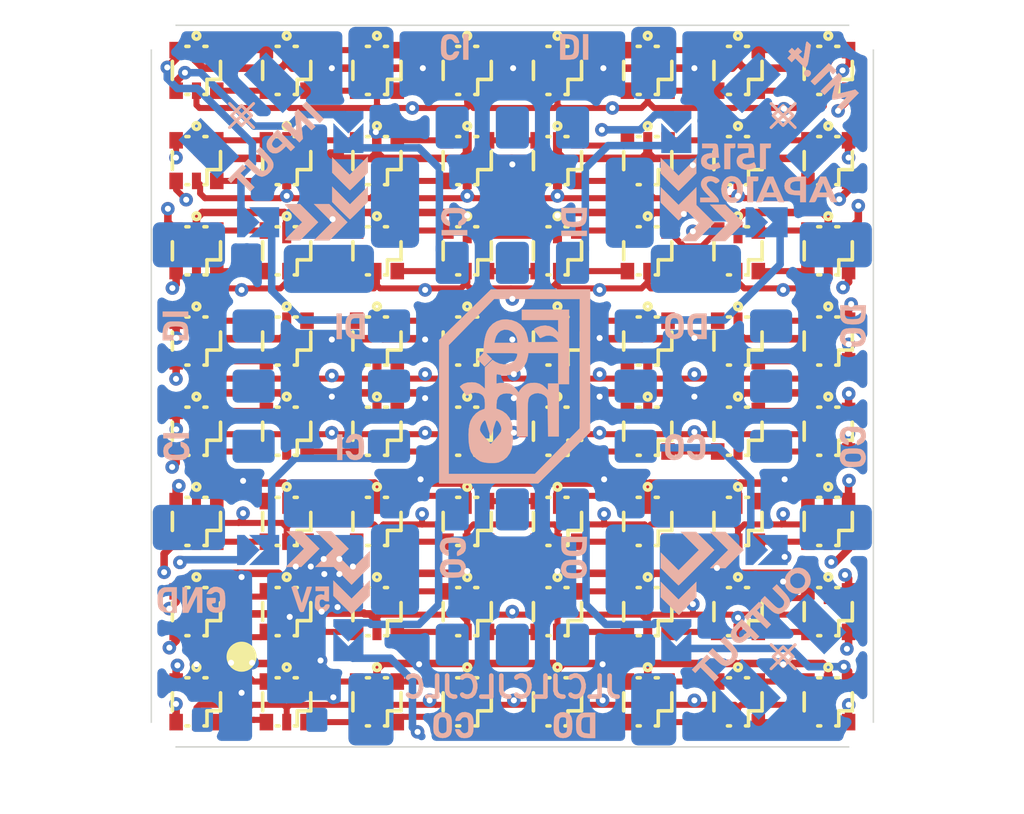
<source format=kicad_pcb>
(kicad_pcb (version 20211014) (generator pcbnew)
  (layers (0 "F.Cu" signal) (1 "In1.Cu" power) (2 "In2.Cu" power) (31 "B.Cu" signal) (34 "B.Paste" user) (35 "F.Paste" user) (36 "B.SilkS" user "B.Silkscreen") (37 "F.SilkS" user "F.Silkscreen") (38 "B.Mask" user) (39 "F.Mask" user) (44 "Edge.Cuts" user))
  (net 0 "")
  (net 1 "GND")
  (net 2 "DIN")
  (net 3 "+5V")
  (net 4 "DOUT")
  (net 5 "Net-(LED1-Pad3)")
  (net 6 "Net-(LED2-Pad3)")
  (net 7 "Net-(LED3-Pad3)")
  (net 8 "Net-(LED4-Pad3)")
  (net 9 "Net-(LED5-Pad3)")
  (net 10 "Net-(LED6-Pad3)")
  (net 11 "Net-(LED7-Pad3)")
  (net 12 "Net-(LED8-Pad3)")
  (net 13 "Net-(LED10-Pad3)")
  (net 14 "Net-(LED11-Pad3)")
  (net 15 "Net-(LED12-Pad3)")
  (net 16 "Net-(LED13-Pad3)")
  (net 17 "Net-(LED14-Pad3)")
  (net 18 "Net-(LED15-Pad3)")
  (net 19 "Net-(LED16-Pad3)")
  (net 20 "Net-(LED17-Pad3)")
  (net 21 "Net-(LED18-Pad3)")
  (net 22 "Net-(LED19-Pad3)")
  (net 23 "Net-(LED20-Pad3)")
  (net 24 "Net-(LED21-Pad3)")
  (net 25 "Net-(LED22-Pad3)")
  (net 26 "Net-(LED23-Pad3)")
  (net 27 "Net-(LED24-Pad3)")
  (net 28 "Net-(LED25-Pad3)")
  (net 29 "Net-(LED26-Pad3)")
  (net 30 "Net-(LED27-Pad3)")
  (net 31 "Net-(LED28-Pad3)")
  (net 32 "Net-(LED29-Pad3)")
  (net 33 "Net-(LED30-Pad3)")
  (net 34 "Net-(LED31-Pad3)")
  (net 35 "Net-(LED32-Pad3)")
  (net 36 "Net-(LED33-Pad3)")
  (net 37 "Net-(LED34-Pad3)")
  (net 38 "Net-(LED35-Pad3)")
  (net 39 "Net-(LED36-Pad3)")
  (net 40 "Net-(LED37-Pad3)")
  (net 41 "Net-(LED38-Pad3)")
  (net 42 "Net-(LED39-Pad3)")
  (net 43 "Net-(LED40-Pad3)")
  (net 44 "Net-(LED41-Pad3)")
  (net 45 "Net-(LED42-Pad3)")
  (net 46 "Net-(LED43-Pad3)")
  (net 47 "Net-(LED44-Pad3)")
  (net 48 "Net-(LED45-Pad3)")
  (net 49 "Net-(LED46-Pad3)")
  (net 50 "Net-(LED47-Pad3)")
  (net 51 "Net-(LED48-Pad3)")
  (net 52 "Net-(LED49-Pad3)")
  (net 53 "Net-(LED50-Pad3)")
  (net 54 "Net-(LED51-Pad3)")
  (net 55 "Net-(LED52-Pad3)")
  (net 56 "Net-(LED53-Pad3)")
  (net 57 "Net-(LED54-Pad3)")
  (net 58 "Net-(LED55-Pad3)")
  (net 59 "Net-(LED56-Pad3)")
  (net 60 "Net-(LED57-Pad3)")
  (net 61 "Net-(LED58-Pad3)")
  (net 62 "Net-(LED59-Pad3)")
  (net 63 "Net-(LED60-Pad3)")
  (net 64 "Net-(LED61-Pad3)")
  (net 65 "Net-(LED62-Pad3)")
  (net 66 "Net-(LED63-Pad3)")
  (net 67 "CIN")
  (net 68 "Net-(J1-Pad2)")
  (net 69 "COUT")
  (net 70 "Net-(J2-Pad2)")
  (net 71 "Net-(J3-Pad2)")
  (net 72 "Net-(J4-Pad2)")
  (net 73 "Net-(LED1-Pad2)")
  (net 74 "Net-(LED2-Pad2)")
  (net 75 "Net-(LED3-Pad2)")
  (net 76 "Net-(LED4-Pad2)")
  (net 77 "Net-(LED5-Pad2)")
  (net 78 "Net-(LED6-Pad2)")
  (net 79 "Net-(LED7-Pad2)")
  (net 80 "Net-(LED8-Pad2)")
  (net 81 "Net-(LED10-Pad5)")
  (net 82 "Net-(LED10-Pad6)")
  (net 83 "Net-(LED10-Pad2)")
  (net 84 "Net-(LED11-Pad2)")
  (net 85 "Net-(LED12-Pad2)")
  (net 86 "Net-(LED13-Pad2)")
  (net 87 "Net-(LED14-Pad2)")
  (net 88 "Net-(LED15-Pad2)")
  (net 89 "Net-(LED16-Pad2)")
  (net 90 "Net-(LED17-Pad2)")
  (net 91 "Net-(LED18-Pad2)")
  (net 92 "Net-(LED19-Pad2)")
  (net 93 "Net-(LED20-Pad2)")
  (net 94 "Net-(LED21-Pad2)")
  (net 95 "Net-(LED22-Pad2)")
  (net 96 "Net-(LED23-Pad2)")
  (net 97 "Net-(LED24-Pad2)")
  (net 98 "Net-(LED25-Pad2)")
  (net 99 "Net-(LED26-Pad2)")
  (net 100 "Net-(LED27-Pad2)")
  (net 101 "Net-(LED28-Pad2)")
  (net 102 "Net-(LED29-Pad2)")
  (net 103 "Net-(LED30-Pad2)")
  (net 104 "Net-(LED31-Pad2)")
  (net 105 "Net-(LED32-Pad2)")
  (net 106 "Net-(LED33-Pad2)")
  (net 107 "Net-(LED34-Pad2)")
  (net 108 "Net-(LED35-Pad2)")
  (net 109 "Net-(LED36-Pad2)")
  (net 110 "Net-(LED37-Pad2)")
  (net 111 "Net-(LED38-Pad2)")
  (net 112 "Net-(LED39-Pad2)")
  (net 113 "Net-(LED40-Pad2)")
  (net 114 "Net-(LED41-Pad2)")
  (net 115 "Net-(LED42-Pad2)")
  (net 116 "Net-(LED43-Pad2)")
  (net 117 "Net-(LED44-Pad2)")
  (net 118 "Net-(LED45-Pad2)")
  (net 119 "Net-(LED46-Pad2)")
  (net 120 "Net-(LED47-Pad2)")
  (net 121 "Net-(LED48-Pad2)")
  (net 122 "Net-(LED49-Pad2)")
  (net 123 "Net-(LED50-Pad2)")
  (net 124 "Net-(LED51-Pad2)")
  (net 125 "Net-(LED52-Pad2)")
  (net 126 "Net-(LED53-Pad2)")
  (net 127 "Net-(LED54-Pad2)")
  (net 128 "Net-(LED55-Pad2)")
  (net 129 "Net-(LED56-Pad2)")
  (net 130 "Net-(LED57-Pad2)")
  (net 131 "Net-(LED58-Pad2)")
  (net 132 "Net-(LED59-Pad2)")
  (net 133 "Net-(LED60-Pad2)")
  (net 134 "Net-(LED61-Pad2)")
  (net 135 "Net-(LED62-Pad2)")
  (net 136 "Net-(LED63-Pad2)")
  (footprint "_kicad_selfmadeStandartFootprint:MountingHole_1.6mm_M1.4" (layer "F.Cu") (at 74 50)
    (fp_text reference "REF**" hide)
    (fp_text value "MountingHole_1.6mm_M1.4" hide)
  )
  (footprint "_kicad_selfmadeStandartFootprint:MountingHole_1.6mm_M1.4" (layer "F.Cu") (at 50 50)
    (fp_text reference "REF**" hide)
    (fp_text value "MountingHole_1.6mm_M1.4" hide)
  )
  (footprint "_kicad_selfmadeStandartFootprint:MountingHole_1.6mm_M1.4" (layer "F.Cu") (at 50 74)
    (fp_text reference "REF**" hide)
    (fp_text value "MountingHole_1.6mm_M1.4" hide)
  )
  (footprint "_kicad_selfmadeStandartFootprint:MountingHole_1.6mm_M1.4" (layer "F.Cu") (at 74 74)
    (fp_text reference "REF**" hide)
    (fp_text value "MountingHole_1.6mm_M1.4" hide)
  )
  (footprint "_led:APA102-1515-6" (layer "F.Cu") (at 51.5 51.5 180)
    (fp_text reference "LED1" hide)
    (fp_text value "APA102-1515-6")
  )
  (footprint "_led:APA102-1515-6" (layer "F.Cu") (at 54.5 51.5 180)
    (fp_text reference "LED2" hide)
    (fp_text value "APA102-1515-6")
  )
  (footprint "_led:APA102-1515-6" (layer "F.Cu") (at 57.5 51.5 180)
    (fp_text reference "LED3" hide)
    (fp_text value "APA102-1515-6")
  )
  (footprint "_led:APA102-1515-6" (layer "F.Cu") (at 60.5 51.5 180)
    (fp_text reference "LED4" hide)
    (fp_text value "APA102-1515-6")
  )
  (footprint "_led:APA102-1515-6" (layer "F.Cu") (at 63.5 51.5 180)
    (fp_text reference "LED5" hide)
    (fp_text value "APA102-1515-6")
  )
  (footprint "_led:APA102-1515-6" (layer "F.Cu") (at 66.5 51.5 180)
    (fp_text reference "LED6" hide)
    (fp_text value "APA102-1515-6")
  )
  (footprint "_led:APA102-1515-6" (layer "F.Cu") (at 69.5 51.5 180)
    (fp_text reference "LED7" hide)
    (fp_text value "APA102-1515-6")
  )
  (footprint "_led:APA102-1515-6" (layer "F.Cu") (at 72.5 51.5 180)
    (fp_text reference "LED8" hide)
    (fp_text value "APA102-1515-6")
  )
  (footprint "_led:APA102-1515-6" (layer "F.Cu") (at 51.5 54.5 180)
    (fp_text reference "LED9" hide)
    (fp_text value "APA102-1515-6")
  )
  (footprint "_led:APA102-1515-6" (layer "F.Cu") (at 54.5 54.5 180)
    (fp_text reference "LED10" hide)
    (fp_text value "APA102-1515-6")
  )
  (footprint "_led:APA102-1515-6" (layer "F.Cu") (at 57.5 54.5 180)
    (fp_text reference "LED11" hide)
    (fp_text value "APA102-1515-6")
  )
  (footprint "_led:APA102-1515-6" (layer "F.Cu") (at 60.5 54.5 180)
    (fp_text reference "LED12" hide)
    (fp_text value "APA102-1515-6")
  )
  (footprint "_led:APA102-1515-6" (layer "F.Cu") (at 63.5 54.5 180)
    (fp_text reference "LED13" hide)
    (fp_text value "APA102-1515-6")
  )
  (footprint "_led:APA102-1515-6" (layer "F.Cu") (at 66.5 54.5 180)
    (fp_text reference "LED14" hide)
    (fp_text value "APA102-1515-6")
  )
  (footprint "_led:APA102-1515-6" (layer "F.Cu") (at 69.5 54.5 180)
    (fp_text reference "LED15" hide)
    (fp_text value "APA102-1515-6")
  )
  (footprint "_led:APA102-1515-6" (layer "F.Cu") (at 72.5 54.5 180)
    (fp_text reference "LED16" hide)
    (fp_text value "APA102-1515-6")
  )
  (footprint "_led:APA102-1515-6" (layer "F.Cu") (at 51.5 57.5 180)
    (fp_text reference "LED17" hide)
    (fp_text value "APA102-1515-6")
  )
  (footprint "_led:APA102-1515-6" (layer "F.Cu") (at 54.5 57.5 180)
    (fp_text reference "LED18" hide)
    (fp_text value "APA102-1515-6")
  )
  (footprint "_led:APA102-1515-6" (layer "F.Cu") (at 57.5 57.5 180)
    (fp_text reference "LED19" hide)
    (fp_text value "APA102-1515-6")
  )
  (footprint "_led:APA102-1515-6" (layer "F.Cu") (at 60.5 57.5 180)
    (fp_text reference "LED20" hide)
    (fp_text value "APA102-1515-6")
  )
  (footprint "_led:APA102-1515-6" (layer "F.Cu") (at 63.5 57.5 180)
    (fp_text reference "LED21" hide)
    (fp_text value "APA102-1515-6")
  )
  (footprint "_led:APA102-1515-6" (layer "F.Cu") (at 66.5 57.5 180)
    (fp_text reference "LED22" hide)
    (fp_text value "APA102-1515-6")
  )
  (footprint "_led:APA102-1515-6" (layer "F.Cu") (at 69.5 57.5 180)
    (fp_text reference "LED23" hide)
    (fp_text value "APA102-1515-6")
  )
  (footprint "_led:APA102-1515-6" (layer "F.Cu") (at 72.5 57.5 180)
    (fp_text reference "LED24" hide)
    (fp_text value "APA102-1515-6")
  )
  (footprint "_led:APA102-1515-6" (layer "F.Cu") (at 51.5 60.5 180)
    (fp_text reference "LED25" hide)
    (fp_text value "APA102-1515-6")
  )
  (footprint "_led:APA102-1515-6" (layer "F.Cu") (at 54.5 60.5 180)
    (fp_text reference "LED26" hide)
    (fp_text value "APA102-1515-6")
  )
  (footprint "_led:APA102-1515-6" (layer "F.Cu") (at 57.5 60.5 180)
    (fp_text reference "LED27" hide)
    (fp_text value "APA102-1515-6")
  )
  (footprint "_led:APA102-1515-6" (layer "F.Cu") (at 60.5 60.5 180)
    (fp_text reference "LED28" hide)
    (fp_text value "APA102-1515-6")
  )
  (footprint "_led:APA102-1515-6" (layer "F.Cu") (at 63.5 60.5 180)
    (fp_text reference "LED29" hide)
    (fp_text value "APA102-1515-6")
  )
  (footprint "_led:APA102-1515-6" (layer "F.Cu") (at 66.5 60.5 180)
    (fp_text reference "LED30" hide)
    (fp_text value "APA102-1515-6")
  )
  (footprint "_led:APA102-1515-6" (layer "F.Cu") (at 69.5 60.5 180)
    (fp_text reference "LED31" hide)
    (fp_text value "APA102-1515-6")
  )
  (footprint "_led:APA102-1515-6" (layer "F.Cu") (at 72.5 60.5 180)
    (fp_text reference "LED32" hide)
    (fp_text value "APA102-1515-6")
  )
  (footprint "_led:APA102-1515-6" (layer "F.Cu") (at 51.5 63.5 180)
    (fp_text reference "LED33" hide)
    (fp_text value "APA102-1515-6")
  )
  (footprint "_led:APA102-1515-6" (layer "F.Cu") (at 54.5 63.5 180)
    (fp_text reference "LED34" hide)
    (fp_text value "APA102-1515-6")
  )
  (footprint "_led:APA102-1515-6" (layer "F.Cu") (at 57.5 63.5 180)
    (fp_text reference "LED35" hide)
    (fp_text value "APA102-1515-6")
  )
  (footprint "_led:APA102-1515-6" (layer "F.Cu") (at 60.5 63.5 180)
    (fp_text reference "LED36" hide)
    (fp_text value "APA102-1515-6")
  )
  (footprint "_led:APA102-1515-6" (layer "F.Cu") (at 63.5 63.5 180)
    (fp_text reference "LED37" hide)
    (fp_text value "APA102-1515-6")
  )
  (footprint "_led:APA102-1515-6" (layer "F.Cu") (at 66.5 63.5 180)
    (fp_text reference "LED38" hide)
    (fp_text value "APA102-1515-6")
  )
  (footprint "_led:APA102-1515-6" (layer "F.Cu") (at 69.5 63.5 180)
    (fp_text reference "LED39" hide)
    (fp_text value "APA102-1515-6")
  )
  (footprint "_led:APA102-1515-6" (layer "F.Cu") (at 72.5 63.5 180)
    (fp_text reference "LED40" hide)
    (fp_text value "APA102-1515-6")
  )
  (footprint "_led:APA102-1515-6" (layer "F.Cu") (at 51.5 66.5 180)
    (fp_text reference "LED41" hide)
    (fp_text value "APA102-1515-6")
  )
  (footprint "_led:APA102-1515-6" (layer "F.Cu") (at 54.5 66.5 180)
    (fp_text reference "LED42" hide)
    (fp_text value "APA102-1515-6")
  )
  (footprint "_led:APA102-1515-6" (layer "F.Cu") (at 57.5 66.5 180)
    (fp_text reference "LED43" hide)
    (fp_text value "APA102-1515-6")
  )
  (footprint "_led:APA102-1515-6" (layer "F.Cu") (at 60.5 66.5 180)
    (fp_text reference "LED44" hide)
    (fp_text value "APA102-1515-6")
  )
  (footprint "_led:APA102-1515-6" (layer "F.Cu") (at 63.5 66.5 180)
    (fp_text reference "LED45" hide)
    (fp_text value "APA102-1515-6")
  )
  (footprint "_led:APA102-1515-6" (layer "F.Cu") (at 66.5 66.5 180)
    (fp_text reference "LED46" hide)
    (fp_text value "APA102-1515-6")
  )
  (footprint "_led:APA102-1515-6" (layer "F.Cu") (at 69.5 66.5 180)
    (fp_text reference "LED47" hide)
    (fp_text value "APA102-1515-6")
  )
  (footprint "_led:APA102-1515-6" (layer "F.Cu") (at 72.5 66.5 180)
    (fp_text reference "LED48" hide)
    (fp_text value "APA102-1515-6")
  )
  (footprint "_led:APA102-1515-6" (layer "F.Cu") (at 51.5 69.5 180)
    (fp_text reference "LED49" hide)
    (fp_text value "APA102-1515-6")
  )
  (footprint "_led:APA102-1515-6" (layer "F.Cu") (at 54.5 69.5 180)
    (fp_text reference "LED50" hide)
    (fp_text value "APA102-1515-6")
  )
  (footprint "_led:APA102-1515-6" (layer "F.Cu") (at 57.5 69.5 180)
    (fp_text reference "LED51" hide)
    (fp_text value "APA102-1515-6")
  )
  (footprint "_led:APA102-1515-6" (layer "F.Cu") (at 60.5 69.5 180)
    (fp_text reference "LED52" hide)
    (fp_text value "APA102-1515-6")
  )
  (footprint "_led:APA102-1515-6" (layer "F.Cu") (at 63.5 69.5 180)
    (fp_text reference "LED53" hide)
    (fp_text value "APA102-1515-6")
  )
  (footprint "_led:APA102-1515-6" (layer "F.Cu") (at 66.5 69.5 180)
    (fp_text reference "LED54" hide)
    (fp_text value "APA102-1515-6")
  )
  (footprint "_led:APA102-1515-6" (layer "F.Cu") (at 69.5 69.5 180)
    (fp_text reference "LED55" hide)
    (fp_text value "APA102-1515-6")
  )
  (footprint "_led:APA102-1515-6" (layer "F.Cu") (at 72.5 69.5 180)
    (fp_text reference "LED56" hide)
    (fp_text value "APA102-1515-6")
  )
  (footprint "_led:APA102-1515-6" (layer "F.Cu") (at 51.5 72.5 180)
    (fp_text reference "LED57" hide)
    (fp_text value "APA102-1515-6")
  )
  (footprint "_led:APA102-1515-6" (layer "F.Cu") (at 54.5 72.5 180)
    (fp_text reference "LED58" hide)
    (fp_text value "APA102-1515-6")
  )
  (footprint "_led:APA102-1515-6" (layer "F.Cu") (at 57.5 72.5 180)
    (fp_text reference "LED59" hide)
    (fp_text value "APA102-1515-6")
  )
  (footprint "_led:APA102-1515-6" (layer "F.Cu") (at 60.5 72.5 180)
    (fp_text reference "LED60" hide)
    (fp_text value "APA102-1515-6")
  )
  (footprint "_led:APA102-1515-6" (layer "F.Cu") (at 63.5 72.5 180)
    (fp_text reference "LED61" hide)
    (fp_text value "APA102-1515-6")
  )
  (footprint "_led:APA102-1515-6" (layer "F.Cu") (at 66.5 72.5 180)
    (fp_text reference "LED62" hide)
    (fp_text value "APA102-1515-6")
  )
  (footprint "_led:APA102-1515-6" (layer "F.Cu") (at 69.5 72.5 180)
    (fp_text reference "LED63" hide)
    (fp_text value "APA102-1515-6")
  )
  (footprint "_led:APA102-1515-6" (layer "F.Cu") (at 72.5 72.5 180)
    (fp_text reference "LED64" hide)
    (fp_text value "APA102-1515-6")
  )
  (footprint "_somestuff:Test_Ring_RCWCTE" (layer "B.Cu") (at 53 53 45)
    (fp_text reference "REF**" hide)
    (fp_text value "Test_Ring_RCWCTE")
  )
  (footprint "_somestuff:Test_Ring_RCWCTE" (layer "B.Cu") (at 71 53 -45)
    (fp_text reference "REF**" hide)
    (fp_text value "Test_Ring_RCWCTE")
  )
  (footprint "Jumper:SolderJumper-2_1x2mm" (layer "B.Cu") (at 53.6 56.55 180)
    (fp_text reference "REF**" hide)
    (fp_text value "SolderJumper-2_1x1.4mm" hide)
  )
  (footprint "Jumper:SolderJumper-2_1x2mm" (layer "B.Cu") (at 56.55 53.6 90)
    (fp_text reference "REF**" hide)
    (fp_text value "SolderJumper-2_1x1.4mm" hide)
  )
  (footprint "Jumper:SolderJumper-2_1x2mm" (layer "B.Cu") (at 67.45 70.5 90)
    (fp_text reference "REF**" hide)
    (fp_text value "SolderJumper-2_1x1.4mm" hide)
  )
  (footprint "Jumper:SolderJumper-2_1x2mm" (layer "B.Cu") (at 70.5 67.45 180)
    (fp_text reference "REF**" hide)
    (fp_text value "SolderJumper-2_1x1.4mm" hide)
  )
  (footprint "_conn:Conn_Molex_2026560021(Pico-EZmate_Slim)" (layer "B.Cu") (at 53.6 73.1 180)
    (fp_text reference "J5" hide)
    (fp_text value "POWER_CONN")
  )
  (footprint "_conn:Conn_HYBRID_DF59_&_PH_&_M22-5320305" (layer "B.Cu") (at 57.9 62 -90)
    (fp_text reference "J1" hide)
    (fp_text value "INPUT_CONN")
  )
  (footprint "_conn:Conn_HYBRID_DF59_&_PH_&_M22-5320305" (layer "B.Cu") (at 62 66.1)
    (fp_text reference "J2" hide)
    (fp_text value "OUTPUT_CONN")
  )
  (footprint "_conn:Conn_HYBRID_DF59_&_PH_&_M22-5320305" (layer "B.Cu") (at 62 57.9 180)
    (fp_text reference "J3" hide)
    (fp_text value "INPUT_CONN")
  )
  (footprint "_conn:Conn_HYBRID_DF59_&_PH_&_M22-5320305" (layer "B.Cu") (at 66.1 62 90)
    (fp_text reference "J4" hide)
    (fp_text value "OUTPUT_CONN")
  )
  (footprint "Jumper:SolderJumper-2_1x2mm" (layer "B.Cu") (at 67.45 53.6 90)
    (fp_text reference "REF**" hide)
    (fp_text value "SolderJumper-2_1x1.4mm" hide)
  )
  (footprint "Jumper:SolderJumper-2_1x2mm" (layer "B.Cu") (at 70.5 56.55 180)
    (fp_text reference "REF**" hide)
    (fp_text value "SolderJumper-2_1x1.4mm" hide)
  )
  (footprint "Jumper:SolderJumper-2_1x2mm" (layer "B.Cu") (at 56.55 70.5 90)
    (fp_text reference "REF**" hide)
    (fp_text value "SolderJumper-2_1x1.4mm" hide)
  )
  (footprint "Jumper:SolderJumper-2_1x2mm" (layer "B.Cu") (at 53.6 67.45 180)
    (fp_text reference "REF**" hide)
    (fp_text value "SolderJumper-2_1x1.4mm" hide)
  )
  (footprint "APA102_1515_matrix_lib:kicad_apa102_1515_8x8_back_print" (layer "B.Cu") (at 62 62 180)
    (fp_text reference "G***" hide)
    (fp_text value "LOGO" hide)
  )
  (footprint "_somestuff:Test_Ring_RCWCTE" (layer "B.Cu") (at 71 71 -135)
    (fp_text reference "REF**" hide)
    (fp_text value "Test_Ring_RCWCTE")
  )
  (gr_circle (center 53 71) (end 53.25 71) (layer "F.SilkS") (width 0.5) (fill none))
  (gr_line (start 50 74) (end 50 50) (layer "Edge.Cuts") (width 0.05))
  (gr_line (start 74 74) (end 50 74) (layer "Edge.Cuts") (width 0.05))
  (gr_line (start 74 50) (end 74 74) (layer "Edge.Cuts") (width 0.05))
  (gr_line (start 50 50) (end 74 50) (layer "Edge.Cuts") (width 0.05))
  (gr_text "JLCJLCJLCJLC" (at 62 72.01) (layer "B.SilkS") (effects (font (size 0.7 0.7) (thickness 0.153)) (justify mirror)))
  (segment (start 66.689999 62.224999) (end 69.310001 62.224999) (width 0.25) (layer "F.Cu") (net 1))
  (segment (start 69.689999 54.425001) (end 72.310001 54.425001) (width 0.25) (layer "F.Cu") (net 1))
  (segment (start 63.5 68.414998) (end 63.689999 68.224999) (width 0.25) (layer "F.Cu") (net 1))
  (segment (start 60.689999 68.224999) (end 63.310001 68.224999) (width 0.25) (layer "F.Cu") (net 1))
  (segment (start 51.689999 54.425001) (end 54.310001 54.425001) (width 0.25) (layer "F.Cu") (net 1))
  (segment (start 66.575001 71.224999) (end 66.5 71.3) (width 0.25) (layer "F.Cu") (net 1))
  (segment (start 54.310001 71.224999) (end 53.339999 71.224999) (width 0.25) (layer "F.Cu") (net 1))
  (segment (start 51.5 65.414998) (end 51.5 65.9) (width 0.25) (layer "F.Cu") (net 1))
  (segment (start 69.5 53.9) (end 69.5 54.235002) (width 0.25) (layer "F.Cu") (net 1))
  (segment (start 51.5 62.9) (end 51.5 62.414998) (width 0.25) (layer "F.Cu") (net 1))
  (segment (start 72.310001 51.425001) (end 72.5 51.235002) (width 0.25) (layer "F.Cu") (net 1))
  (segment (start 54.310001 60.425001) (end 51.689999 60.425001) (width 0.25) (layer "F.Cu") (net 1))
  (segment (start 60.5 53.9) (end 60.5 54.235002) (width 0.25) (layer "F.Cu") (net 1))
  (segment (start 57.575001 68.224999) (end 60.310001 68.224999) (width 0.25) (layer "F.Cu") (net 1))
  (segment (start 66.424999 65.224999) (end 63.575001 65.224999) (width 0.25) (layer "F.Cu") (net 1))
  (segment (start 69.310001 54.425001) (end 69.5 54.235002) (width 0.25) (layer "F.Cu") (net 1))
  (segment (start 57.689999 54.425001) (end 60.310001 54.425001) (width 0.25) (layer "F.Cu") (net 1))
  (segment (start 57.5 51.235002) (end 57.689999 51.425001) (width 0.25) (layer "F.Cu") (net 1))
  (segment (start 57.5 62.9) (end 57.5 62.414998) (width 0.25) (layer "F.Cu") (net 1))
  (segment (start 60.689999 51.425001) (end 63.310001 51.425001) (width 0.25) (layer "F.Cu") (net 1))
  (segment (start 63.689999 71.224999) (end 63.5 71.414998) (width 0.25) (layer "F.Cu") (net 1))
  (segment (start 66.5 68.414998) (end 66.689999 68.224999) (width 0.25) (layer "F.Cu") (net 1))
  (segment (start 53.314998 71.25) (end 52.685002 71.25) (width 0.25) (layer "F.Cu") (net 1))
  (segment (start 66.5 65.3) (end 66.424999 65.224999) (width 0.25) (layer "F.Cu") (net 1))
  (segment (start 69.5 68.3) (end 69.575001 68.224999) (width 0.25) (layer "F.Cu") (net 1))
  (segment (start 66.424999 68.224999) (end 66.5 68.3) (width 0.25) (layer "F.Cu") (net 1))
  (segment (start 69.575001 71.224999) (end 69.5 71.3) (width 0.25) (layer "F.Cu") (net 1))
  (segment (start 54.310001 51.425001) (end 54.5 51.235002) (width 0.25) (layer "F.Cu") (net 1))
  (segment (start 72.5 51.235002) (end 72.5 50.9) (width 0.25) (layer "F.Cu") (net 1))
  (segment (start 51.5 60.235002) (end 51.5 59.9) (width 0.25) (layer "F.Cu") (net 1))
  (segment (start 72.310001 54.425001) (end 72.5 54.235002) (width 0.25) (layer "F.Cu") (net 1))
  (segment (start 55.975001 56.224999) (end 56.100001 56.224999) (width 0.25) (layer "F.Cu") (net 1))
  (segment (start 60.5 50.9) (end 60.5 51.235002) (width 0.25) (layer "F.Cu") (net 1))
  (segment (start 66.575001 65.224999) (end 66.5 65.3) (width 0.25) (layer "F.Cu") (net 1))
  (segment (start 60.5 65.9) (end 60.5 65.414998) (width 0.25) (layer "F.Cu") (net 1))
  (segment (start 57.5 60.235002) (end 57.310001 60.425001) (width 0.25) (layer "F.Cu") (net 1))
  (segment (start 63.5 62.3) (end 63.5 62.9) (width 0.25) (layer "F.Cu") (net 1))
  (segment (start 63.5 62.3) (end 63.575001 62.224999) (width 0.25) (layer "F.Cu") (net 1))
  (segment (start 69.310001 56.224999) (end 66.689999 56.224999) (width 0.25) (layer "F.Cu") (net 1))
  (segment (start 69.5 68.9) (end 69.5 68.3) (width 0.25) (layer "F.Cu") (net 1))
  (segment (start 62 54.45) (end 62 54.62501) (width 0.25) (layer "F.Cu") (net 1))
  (segment (start 66.5 53.9) (end 66.5 54.235002) (width 0.25) (layer "F.Cu") (net 1))
  (segment (start 54.689999 62.224999) (end 57.310001 62.224999) (width 0.25) (layer "F.Cu") (net 1))
  (segment (start 60.5 59.9) (end 60.5 60.235002) (width 0.25) (layer "F.Cu") (net 1))
  (segment (start 63.310001 51.425001) (end 63.5 51.235002) (width 0.25) (layer "F.Cu") (net 1))
  (segment (start 63.5 59.9) (end 63.5 60.235002) (width 0.25) (layer "F.Cu") (net 1))
  (segment (start 60.689999 54.425001) (end 61.975001 54.425001) (width 0.25) (layer "F.Cu") (net 1))
  (segment (start 54.310001 62.224999) (end 54.5 62.414998) (width 0.25) (layer "F.Cu") (net 1))
  (segment (start 54.424999 56.224999) (end 51.689999 56.224999) (width 0.25) (layer "F.Cu") (net 1))
  (segment (start 57.5 65.414998) (end 57.5 65.9) (width 0.25) (layer "F.Cu") (net 1))
  (segment (start 51.5 71.25) (end 51.5 71.9) (width 0.25) (layer "F.Cu") (net 1))
  (segment (start 66.5 68.9) (end 66.5 68.414998) (width 0.25) (layer "F.Cu") (net 1))
  (segment (start 60.5 56.35) (end 60.5 56.9) (width 0.25) (layer "F.Cu") (net 1))
  (segment (start 63.689999 56.224999) (end 63.5 56.414998) (width 0.25) (layer "F.Cu") (net 1))
  (segment (start 60.310001 51.425001) (end 60.5 51.235002) (width 0.25) (layer "F.Cu") (net 1))
  (segment (start 53.339999 71.224999) (end 53.314998 71.25) (width 0.25) (layer "F.Cu") (net 1))
  (segment (start 60.310001 60.425001) (end 57.689999 60.425001) (width 0.25) (layer "F.Cu") (net 1))
  (segment (start 54.689999 51.425001) (end 57.310001 51.425001) (width 0.25) (layer "F.Cu") (net 1))
  (segment (start 69.082521 68.224999) (end 68.903761 68.046239) (width 0.2) (layer "F.Cu") (net 1))
  (segment (start 60.5 65.414998) (end 60.310001 65.224999) (width 0.25) (layer "F.Cu") (net 1))
  (segment (start 63.575001 62.224999) (end 64.825001 62.224999) (width 0.25) (layer "F.Cu") (net 1))
  (segment (start 69.5 68.414998) (end 69.5 68.9) (width 0.25) (layer "F.Cu") (net 1))
  (segment (start 69.5 71.3) (end 69.5 71.9) (width 0.25) (layer "F.Cu") (net 1))
  (segment (start 69.5 65.3) (end 69.424999 65.224999) (width 0.25) (layer "F.Cu") (net 1))
  (segment (start 54.5 50.9) (end 54.5 51.235002) (width 0.25) (layer "F.Cu") (net 1))
  (segment (start 57.310001 54.425001) (end 57.462439 54.272563) (width 0.25) (layer "F.Cu") (net 1))
  (segment (start 60.5 62.3) (end 60.5 62.9) (width 0.25) (layer "F.Cu") (net 1))
  (segment (start 69.424999 65.224999) (end 66.575001 65.224999) (width 0.25) (layer "F.Cu") (net 1))
  (segment (start 71 68.249998) (end 71.024999 68.224999) (width 0.2) (layer "F.Cu") (net 1))
  (segment (start 57.310001 62.224999) (end 57.5 62.414998) (width 0.25) (layer "F.Cu") (net 1))
  (segment (start 51.5 54.235002) (end 51.689999 54.425001) (width 0.25) (layer "F.Cu") (net 1))
  (segment (start 63.310001 60.425001) (end 60.689999 60.425001) (width 0.25) (layer "F.Cu") (net 1))
  (segment (start 51.689999 62.224999) (end 54.310001 62.224999) (width 0.25) (layer "F.Cu") (net 1))
  (segment (start 60.310001 54.425001) (end 60.5 54.235002) (width 0.25) (layer "F.Cu") (net 1))
  (segment (start 54.5 65.414998) (end 54.5 65.9) (width 0.25) (layer "F.Cu") (net 1))
  (segment (start 57.462439 54.272563) (end 57.462439 53.832822) (width 0.25) (layer "F.Cu") (net 1))
  (segment (start 63.689999 51.425001) (end 66.310001 51.425001) (width 0.25) (layer "F.Cu") (net 1))
  (segment (start 54.5 62.9) (end 54.5 62.414998) (width 0.25) (layer "F.Cu") (net 1))
  (segment (start 54.689999 65.224999) (end 54.5 65.414998) (width 0.25) (layer "F.Cu") (net 1))
  (segment (start 54.5 60.235002) (end 54.310001 60.425001) (width 0.25) (layer "F.Cu") (net 1))
  (segment (start 66.5 65.9) (end 66.5 65.3) (width 0.25) (layer "F.Cu") (net 1))
  (segment (start 54.5 68.499998) (end 54.5 68.9) (width 0.25) (layer "F.Cu") (net 1))
  (segment (start 57.5 68.3) (end 57.575001 68.224999) (width 0.25) (layer "F.Cu") (net 1))
  (segment (start 72.5 54.235002) (end 72.5 53.9) (width 0.25) (layer "F.Cu") (net 1))
  (segment (start 60.310001 65.224999) (end 57.689999 65.224999) (width 0.25) (layer "F.Cu") (net 1))
  (segment (start 69.5 60.235002) (end 69.310001 60.425001) (width 0.25) (layer "F.Cu") (net 1))
  (segment (start 54.5 65.3) (end 54.424999 65.224999) (width 0.25) (layer "F.Cu") (net 1))
  (segment (start 54.689999 60.425001) (end 54.5 60.235002) (width 0.25) (layer "F.Cu") (net 1))
  (segment (start 72.5 65.414998) (end 72.310001 65.224999) (width 0.25) (layer "F.Cu") (net 1))
  (segment (start 66.310001 56.224999) (end 63.689999 56.224999) (width 0.25) (layer "F.Cu") (net 1))
  (segment (start 69.5 56.9) (end 69.5 56.414998) (width 0.25) (layer "F.Cu") (net 1))
  (segment (start 60.5 68.414998) (end 60.689999 68.224999) (width 0.25) (layer "F.Cu") (net 1))
  (segment (start 66.689999 68.224999) (end 69.310001 68.224999) (width 0.25) (layer "F.Cu") (net 1))
  (segment (start 66.689999 51.425001) (end 69.310001 51.425001) (width 0.25) (layer "F.Cu") (net 1))
  (segment (start 60.575001 62.224999) (end 63.424999 62.224999) (width 0.25) (layer "F.Cu") (net 1))
  (segment (start 66.5 50.9) (end 66.5 51.235002) (width 0.25) (layer "F.Cu") (net 1))
  (segment (start 54.5 59.9) (end 54.5 60.235002) (width 0.25) (layer "F.Cu") (net 1))
  (segment (start 54.5 53.9) (end 54.5 54.235002) (width 0.25) (layer "F.Cu") (net 1))
  (segment (start 66.310001 62.224999) (end 66.5 62.414998) (width 0.25) (layer "F.Cu") (net 1))
  (segment (start 57.310001 60.425001) (end 54.689999 60.425001) (width 0.25) (layer "F.Cu") (net 1))
  (segment (start 69.689999 62.224999) (end 72.310001 62.224999) (width 0.25) (layer "F.Cu") (net 1))
  (segment (start 54.424999 65.224999) (end 51.689999 65.224999) (width 0.25) (layer "F.Cu") (net 1))
  (segment (start 51.5 50.9) (end 51.5 51.198299) (width 0.25) (layer "F.Cu") (net 1))
  (segment (start 66.5 71.3) (end 66.424999 71.224999) (width 0.25) (layer "F.Cu") (net 1))
  (segment (start 54.5 56.9) (end 54.5 56.3) (width 0.25) (layer "F.Cu") (net 1))
  (segment (start 61.975001 54.425001) (end 63.310001 54.425001) (width 0.25) (layer "F.Cu") (net 1))
  (segment (start 55.775001 54.425001) (end 55.949992 54.25001) (width 0.25) (layer "F.Cu") (net 1))
  (segment (start 63.5 56.9) (end 63.5 56.414998) (width 0.25) (layer "F.Cu") (net 1))
  (segment (start 57.5 54.235002) (end 57.689999 54.425001) (width 0.25) (layer "F.Cu") (net 1))
  (segment (start 72.5 60.235002) (end 72.310001 60.425001) (width 0.25) (layer "F.Cu") (net 1))
  (segment (start 51.5 51.198299) (end 51.726702 51.425001) (width 0.25) (layer "F.Cu") (net 1))
  (segment (start 66.310001 54.425001) (end 66.5 54.235002) (width 0.25) (layer "F.Cu") (net 1))
  (segment (start 51.5 68.9) (end 51.5 68.414998) (width 0.25) (layer "F.Cu") (net 1))
  (segment (start 57.5 50.9) (end 57.5 51.235002) (width 0.25) (layer "F.Cu") (net 1))
  (segment (start 60.5 71.28) (end 60.5 71.9) (width 0.25) (layer "F.Cu") (net 1))
  (segment (start 52.685002 71.25) (end 52.660001 71.224999) (width 0.25) (layer "F.Cu") (net 1))
  (segment (start 63.689999 68.224999) (end 66.424999 68.224999) (width 0.25) (layer "F.Cu") (net 1))
  (segment (start 63.5 50.9) (end 63.5 51.235002) (width 0.25) (layer "F.Cu") (net 1))
  (segment (start 69.5 65.9) (end 69.5 65.3) (width 0.25) (layer "F.Cu") (net 1))
  (segment (start 63.5 54.235002) (end 63.689999 54.425001) (width 0.25) (layer "F.Cu") (net 1))
  (segment (start 69.5 62.414998) (end 69.689999 62.224999) (width 0.25) (layer "F.Cu") (net 1))
  (segment (start 51.5 68.414998) (end 51.689999 68.224999) (width 0.25) (layer "F.Cu") (net 1))
  (segment (start 57.689999 51.425001) (end 60.310001 51.425001) (width 0.25) (layer "F.Cu") (net 1))
  (segment (start 63.374999 71.224999) (end 60.555001 71.224999) (width 0.25) (layer "F.Cu") (net 1))
  (segment (start 72.310001 62.224999) (end 72.5 62.414998) (width 0.25) (layer "F.Cu") (net 1))
  (segment (start 69.689999 56.224999) (end 69.5 56.414998) (width 0.25) (layer "F.Cu") (net 1))
  (segment (start 60.310001 56.224999) (end 57.689999 56.224999) (width 0.25) (layer "F.Cu") (net 1))
  (segment (start 60.5 62.3) (end 60.575001 62.224999) (width 0.25) (layer "F.Cu") (net 1))
  (segment (start 60.5 56.414998) (end 60.310001 56.224999) (width 0.25) (layer "F.Cu") (net 1))
  (segment (start 69.5 56.414998) (end 69.310001 56.224999) (width 0.25) (layer "F.Cu") (net 1))
  (segment (start 66.5 56.9) (end 66.5 56.414998) (width 0.25) (layer "F.Cu") (net 1))
  (segment (start 54.689999 54.425001) (end 55.775001 54.425001) (width 0.25) (layer "F.Cu") (net 1))
  (segment (start 63.5 60.235002) (end 63.310001 60.425001) (width 0.25) (layer "F.Cu") (net 1))
  (segment (start 51.689999 68.224999) (end 52.875001 68.224999) (width 0.25) (layer "F.Cu") (net 1))
  (segment (start 66.5 68.3) (end 66.5 68.9) (width 0.25) (layer "F.Cu") (net 1))
  (segment (start 66.310001 51.425001) (end 66.5 51.235002) (width 0.25) (layer "F.Cu") (net 1))
  (segment (start 72.5 62.414998) (end 72.5 62.9) (width 0.25) (layer "F.Cu") (net 1))
  (segment (start 53 68.35) (end 53 68.349998) (width 0.25) (layer "F.Cu") (net 1))
  (segment (start 60.5 68.9) (end 60.5 68.414998) (width 0.25) (layer "F.Cu") (net 1))
  (segment (start 69.310001 60.425001) (end 66.689999 60.425001) (width 0.25) (layer "F.Cu") (net 1))
  (segment (start 63.575001 65.224999) (end 63.5 65.3) (width 0.25) (layer "F.Cu") (net 1))
  (segment (start 69.5 54.235002) (end 69.689999 54.425001) (width 0.25) (layer "F.Cu") (net 1))
  (segment (start 60.555001 71.224999) (end 60.5 71.28) (width 0.25) (layer "F.Cu") (net 1))
  (segment (start 63.532499 71.382499) (end 63.374999 71.224999) (width 0.25) (layer "F.Cu") (net 1))
  (segment (start 51.664998 71.25) (end 51.5 71.25) (width 0.25) (layer "F.Cu") (net 1))
  (segment (start 52.875001 68.224999) (end 54.225001 68.224999) (width 0.25) (layer "F.Cu") (net 1))
  (segment (start 57.310001 51.425001) (end 57.5 51.235002) (width 0.25) (layer "F.Cu") (net 1))
  (segment (start 51.689999 56.224999) (end 51.5 56.414998) (width 0.25) (layer "F.Cu") (net 1))
  (segment (start 60.5 56.9) (end 60.5 56.414998) (width 0.25) (layer "F.Cu") (net 1))
  (segment (start 63.5 65.3) (end 63.424999 65.224999) (width 0.25) (layer "F.Cu") (net 1))
  (segment (start 56.100001 56.37193) (end 56.025001 56.44693) (width 0.25) (layer "F.Cu") (net 1))
  (segment (start 51.689999 65.224999) (end 51.5 65.414998) (width 0.25) (layer "F.Cu") (net 1))
  (segment (start 56.339999 54.425001) (end 57.310001 54.425001) (width 0.25) (layer "F.Cu") (net 1))
  (segment (start 54.225001 68.224999) (end 54.5 68.499998) (width 0.25) (layer "F.Cu") (net 1))
  (segment (start 66.5 60.235002) (end 66.310001 60.425001) (width 0.25) (layer "F.Cu") (net 1))
  (segment (start 66.424999 71.224999) (end 63.689999 71.224999) (width 0.25) (layer "F.Cu") (net 1))
  (segment (start 60.625001 56.224999) (end 60.5 56.35) (width 0.25) (layer "F.Cu") (net 1))
  (segment (start 57.310001 56.224999) (end 57.5 56.414998) (width 0.25) (layer "F.Cu") (net 1))
  (segment (start 57.5 56.414998) (end 57.5 56.9) (width 0.25) (layer "F.Cu") (net 1))
  (segment (start 54.5 56.414998) (end 54.689999 56.224999) (width 0.25) (layer "F.Cu") (net 1))
  (segment (start 63.310001 54.425001) (end 63.5 54.235002) (width 0.25) (layer "F.Cu") (net 1))
  (segment (start 69.310001 62.224999) (end 69.5 62.414998) (width 0.25) (layer "F.Cu") (net 1))
  (segment (start 54.5 56.3) (end 54.424999 56.224999) (width 0.25) (layer "F.Cu") (net 1))
  (segment (start 63.424999 62.224999) (end 63.5 62.3) (width 0.25) (layer "F.Cu") (net 1))
  (segment (start 57.5 65.9) (end 57.5 65.3) (width 0.25) (layer "F.Cu") (net 1))
  (segment (start 66.5 62.9) (end 66.5 62.414998) (width 0.25) (layer "F.Cu") (net 1))
  (segment (start 69.310001 68.224999) (end 69.5 68.414998) (width 0.25) (layer "F.Cu") (net 1))
  (segment (start 57.310001 54.425001) (end 57.5 54.235002) (width 0.25) (layer "F.Cu") (net 1))
  (segment (start 66.5 71.9) (end 66.5 71.3) (width 0.25) (layer "F.Cu") (net 1))
  (segment (start 60.689999 60.425001) (end 60.5 60.235002) (width 0.25) (layer "F.Cu") (net 1))
  (segment (start 51.5 53.9) (end 51.5 54.235002) (width 0.25) (layer "F.Cu") (net 1))
  (segment (start 57.5 68.9) (end 57.5 68.3) (width 0.25) (layer "F.Cu") (net 1))
  (segment (start 64.9 62.35) (end 64.9 62.299998) (width 0.2) (layer "F.Cu") (net 1))
  (segment (start 57.424999 65.224999) (end 54.689999 65.224999) (width 0.25) (layer "F.Cu") (net 1))
  (segment (start 69.575001 68.224999) (end 71.024999 68.224999) (width 0.25) (layer "F.Cu") (net 1))
  (segment (start 71 68.5) (end 71 68.249998) (width 0.2) (layer "F.Cu") (net 1))
  (segment (start 60.5 54.235002) (end 60.689999 54.425001) (width 0.25) (layer "F.Cu") (net 1))
  (segment (start 63.5 56.414998) (end 63.310001 56.224999) (width 0.25) (layer "F.Cu") (net 1))
  (segment (start 63.5 65.9) (end 63.5 65.3) (width 0.25) (layer "F.Cu") (net 1))
  (segment (start 69.689999 51.425001) (end 72.310001 51.425001) (width 0.25) (layer "F.Cu") (net 1))
  (segment (start 69.5 51.235002) (end 69.689999 51.425001) (width 0.25) (layer "F.Cu") (net 1))
  (segment (start 63.310001 68.224999) (end 63.5 68.414998) (width 0.25) (layer "F.Cu") (net 1))
  (segment (start 69.5 59.9) (end 69.5 60.235002) (width 0.25) (layer "F.Cu") (net 1))
  (segment (start 72.5 71.9) (end 72.5 71.414998) (width 0.25) (layer "F.Cu") (net 1))
  (segment (start 66.5 51.235002) (end 66.689999 51.425001) (width 0.25) (layer "F.Cu") (net 1))
  (segment (start 69.310001 68.224999) (end 69.082521 68.224999) (width 0.2) (layer "F.Cu") (net 1))
  (segment (start 63.5 53.9) (end 63.5 54.235002) (width 0.25) (layer "F.Cu") (net 1))
  (segment (start 52.660001 71.224999) (end 51.689999 71.224999) (width 0.25) (layer "F.Cu") (net 1))
  (segment (start 56.274999 54.360001) (end 56.339999 54.425001) (width 0.25) (layer "F.Cu") (net 1))
  (segment (start 72.310001 56.224999) (end 69.689999 56.224999) (width 0.25) (layer "F.Cu") (net 1))
  (segment (start 56.274999 54.25001) (end 56.274999 54.360001) (width 0.25) (layer "F.Cu") (net 1))
  (segment (start 72.5 65.9) (end 72.5 65.414998) (width 0.25) (layer "F.Cu") (net 1))
  (segment (start 69.5 62.9) (end 69.5 62.414998) (width 0.25) (layer "F.Cu") (net 1))
  (segment (start 57.5 53.9) (end 57.5 54.235002) (width 0.25) (layer "F.Cu") (net 1))
  (segment (start 66.5 62.414998) (end 66.689999 62.224999) (width 0.25) (layer "F.Cu") (net 1))
  (segment (start 54.5 71.9) (end 54.5 71.414998) (width 0.25) (layer "F.Cu") (net 1))
  (segment (start 60.424999 62.224999) (end 60.5 62.3) (width 0.25) (layer "F.Cu") (net 1))
  (segment (start 57.689999 56.224999) (end 57.5 56.414998) (width 0.25) (layer "F.Cu") (net 1))
  (segment (start 55.775001 54.425001) (end 57.310001 54.425001) (width 0.25) (layer "F.Cu") (net 1))
  (segment (start 66.5 59.9) (end 66.5 60.235002) (width 0.25) (layer "F.Cu") (net 1))
  (segment (start 66.5 54.235002) (end 66.689999 54.425001) (width 0.25) (layer "F.Cu") (net 1))
  (segment (start 57.689999 65.224999) (end 57.5 65.414998) (width 0.25) (layer "F.Cu") (net 1))
  (segment (start 63.689999 60.425001) (end 63.5 60.235002) (width 0.25) (layer "F.Cu") (net 1))
  (segment (start 60.5 60.235002) (end 60.310001 60.425001) (width 0.25) (layer "F.Cu") (net 1))
  (segment (start 60.689999 68.224999) (end 60.574999 68.224999) (width 0.25) (layer "F.Cu") (net 1))
  (segment (start 66.5 56.414998) (end 66.310001 56.224999) (width 0.25) (layer "F.Cu") (net 1))
  (segment (start 57.5 59.9) (end 57.5 60.235002) (width 0.25) (layer "F.Cu") (net 1))
  (segment (start 57.689999 60.425001) (end 57.5 60.235002) (width 0.25) (layer "F.Cu") (net 1))
  (segment (start 60.5 51.235002) (end 60.689999 51.425001) (width 0.25) (layer "F.Cu") (net 1))
  (segment (start 69.575001 65.224999) (end 69.5 65.3) (width 0.25) (layer "F.Cu") (net 1))
  (segment (start 63.310001 56.224999) (end 60.625001 56.224999) (width 0.25) (layer "F.Cu") (net 1))
  (segment (start 56.100001 56.224999) (end 56.100001 56.37193) (width 0.25) (layer "F.Cu") (net 1))
  (segment (start 72.187983 68.224999) (end 72.5 68.537016) (width 0.25) (layer "F.Cu") (net 1))
  (segment (start 63.5 71.414998) (end 63.5 71.9) (width 0.25) (layer "F.Cu") (net 1))
  (segment (start 64.9 62.299998) (end 64.825001 62.224999) (width 0.2) (layer "F.Cu") (net 1))
  (segment (start 60.5 71.28) (end 60.444999 71.224999) (width 0.25) (layer "F.Cu") (net 1))
  (segment (start 66.689999 60.425001) (end 66.5 60.235002) (width 0.25) (layer "F.Cu") (net 1))
  (segment (start 57.5 71.414998) (end 57.5 71.9) (width 0.25) (layer "F.Cu") (net 1))
  (segment (start 60.310001 68.224999) (end 60.5 68.414998) (width 0.25) (layer "F.Cu") (net 1))
  (segment (start 66.689999 54.425001) (end 69.310001 54.425001) (width 0.25) (layer "F.Cu") (net 1))
  (segment (start 51.689999 71.224999) (end 51.664998 71.25) (width 0.25) (layer "F.Cu") (net 1))
  (segment (start 54.5 51.235002) (end 54.689999 51.425001) (width 0.25) (layer "F.Cu") (net 1))
  (segment (start 63.5 68.9) (end 63.5 68.414998) (width 0.25) (layer "F.Cu") (net 1))
  (segment (start 72.310001 65.224999) (end 69.575001 65.224999) (width 0.25) (layer "F.Cu") (net 1))
  (segment (start 60.574999 68.224999) (end 60.5 68.15) (width 0.25) (layer "F.Cu") (net 1))
  (segment (start 60.689999 65.224999) (end 60.5 65.414998) (width 0.25) (layer "F.Cu") (net 1))
  (segment (start 69.689999 60.425001) (end 69.5 60.235002) (width 0.25) (layer "F.Cu") (net 1))
  (segment (start 69.424999 71.224999) (end 66.575001 71.224999) (width 0.25) (layer "F.Cu") (net 1))
  (segment (start 61.975001 54.425001) (end 62 54.45) (width 0.25) (layer "F.Cu") (net 1))
  (segment (start 72.310001 71.224999) (end 69.575001 71.224999) (width 0.25) (layer "F.Cu") (net 1))
  (segment (start 66.310001 60.425001) (end 63.689999 60.425001) (width 0.25) (layer "F.Cu") (net 1))
  (segment (start 54.5 54.235002) (end 54.689999 54.425001) (width 0.25) (layer "F.Cu") (net 1))
  (segment (start 54.310001 54.425001) (end 54.5 54.235002) (width 0.25) (layer "F.Cu") (net 1))
  (segment (start 55.949992 54.25001) (end 56.274999 54.25001) (width 0.25) (layer "F.Cu") (net 1))
  (segment (start 54.5 56.9) (end 54.5 56.414998) (width 0.25) (layer "F.Cu") (net 1))
  (segment (start 72.5 71.414998) (end 72.310001 71.224999) (width 0.25) (layer "F.Cu") (net 1))
  (segment (start 72.310001 60.425001) (end 69.689999 60.425001) (width 0.25) (layer "F.Cu") (net 1))
  (segment (start 53 68.349998) (end 52.875001 68.224999) (width 0.25) (layer "F.Cu") (net 1))
  (segment (start 54.5 62.414998) (end 54.689999 62.224999) (width 0.25) (layer "F.Cu") (net 1))
  (segment (start 69.5 71.3) (end 69.424999 71.224999) (width 0.25) (layer "F.Cu") (net 1))
  (segment (start 72.5 56.9) (end 72.5 56.414998) (width 0.25) (layer "F.Cu") (net 1))
  (segment (start 56.100001 56.224999) (end 57.310001 56.224999) (width 0.25) (layer "F.Cu") (net 1))
  (segment (start 63.689999 54.425001) (end 66.310001 54.425001) (width 0.25) (layer "F.Cu") (net 1))
  (segment (start 63.5 51.235002) (end 63.689999 51.425001) (width 0.25) (layer "F.Cu") (net 1))
  (segment (start 51.5 62.414998) (end 51.689999 62.224999) (width 0.25) (layer "F.Cu") (net 1))
  (segment (start 69.310001 51.425001) (end 69.5 51.235002) (width 0.25) (layer "F.Cu") (net 1))
  (segment (start 60.444999 71.224999) (end 57.689999 71.224999) (width 0.25) (layer "F.Cu") (net 1))
  (segment (start 66.689999 56.224999) (end 66.5 56.414998) (width 0.25) (layer "F.Cu") (net 1))
  (segment (start 51.5 56.414998) (end 51.5 56.9) (width 0.25) (layer "F.Cu") (net 1))
  (segment (start 54.5 71.414998) (end 54.310001 71.224999) (width 0.25) (layer "F.Cu") (net 1))
  (segment (start 57.462439 53.832822) (end 57.462439 53.54998) (width 0.25) (layer "F.Cu") (net 1))
  (segment (start 54.689999 56.224999) (end 55.975001 56.224999) (width 0.25) (layer "F.Cu") (net 1))
  (segment (start 57.5 62.414998) (end 57.689999 62.224999) (width 0.25) (layer "F.Cu") (net 1))
  (segment (start 72.5 68.537016) (end 72.5 68.9) (width 0.25) (layer "F.Cu") (net 1))
  (segment (start 72.5 56.414998) (end 72.310001 56.224999) (width 0.25) (layer "F.Cu") (net 1))
  (segment (start 63.424999 65.224999) (end 60.689999 65.224999) (width 0.25) (layer "F.Cu") (net 1))
  (segment (start 69.5 50.9) (end 69.5 51.235002) (width 0.25) (layer "F.Cu") (net 1))
  (segment (start 57.689999 71.224999) (end 57.5 71.414998) (width 0.25) (layer "F.Cu") (net 1))
  (segment (start 64.825001 62.224999) (end 66.310001 62.224999) (width 0.25) (layer "F.Cu") (net 1))
  (segment (start 51.726702 51.425001) (end 54.310001 51.425001) (width 0.25) (layer "F.Cu") (net 1))
  (segment (start 57.5 65.3) (end 57.424999 65.224999) (width 0.25) (layer "F.Cu") (net 1))
  (segment (start 71.024999 68.224999) (end 72.187983 68.224999) (width 0.25) (layer "F.Cu") (net 1))
  (segment (start 56 56.249998) (end 55.975001 56.224999) (width 0.25) (layer "F.Cu") (net 1))
  (segment (start 72.5 59.9) (end 72.5 60.235002) (width 0.25) (layer "F.Cu") (net 1))
  (segment (start 54.5 65.9) (end 54.5 65.3) (width 0.25) (layer "F.Cu") (net 1))
  (segment (start 57.689999 62.224999) (end 60.424999 62.224999) (width 0.25) (layer "F.Cu") (net 1))
  (segment (start 51.689999 60.425001) (end 51.5 60.235002) (width 0.25) (layer "F.Cu") (net 1))
  (via (at 53 72.2) (size 0.45) (drill 0.2) (layers "F.Cu" "B.Cu") (net 1))
  (via (at 53 68.35) (size 0.45) (drill 0.2) (layers "F.Cu" "B.Cu") (net 1))
  (via (at 51.5 71.25) (size 0.45) (drill 0.2) (layers "F.Cu" "B.Cu") (net 1))
  (via (at 58.9 71.25) (size 0.45) (drill 0.2) (layers "F.Cu" "B.Cu") (net 1))
  (via (at 65 71.25) (size 0.45) (drill 0.2) (layers "F.Cu" "B.Cu") (net 1))
  (via (at 71 71.25) (size 0.45) (drill 0.2) (layers "F.Cu" "B.Cu") (net 1))
  (via (at 71 68.5) (size 0.45) (drill 0.2) (layers "F.Cu" "B.Cu") (net 1))
  (via (at 63.5 68.15) (size 0.45) (drill 0.2) (layers "F.Cu" "B.Cu") (net 1))
  (via (at 60.5 68.15) (size 0.45) (drill 0.2) (layers "F.Cu" "B.Cu") (net 1))
  (via (at 53.05 65.15) (size 0.45) (drill 0.2) (layers "F.Cu" "B.Cu") (net 1))
  (via (at 58.95 65.1) (size 0.45) (drill 0.2) (layers "F.Cu" "B.Cu") (net 1))
  (via (at 65.05 65.1) (size 0.45) (drill 0.2) (layers "F.Cu" "B.Cu") (net 1))
  (via (at 71.05 65.1) (size 0.45) (drill 0.2) (layers "F.Cu" "B.Cu") (net 1))
  (via (at 62.05 62.4) (size 0.45) (drill 0.2) (layers "F.Cu" "B.Cu") (net 1))
  (via (at 59.1 62.4) (size 0.45) (drill 0.2) (layers "F.Cu" "B.Cu") (net 1))
  (via (at 56 62.35) (size 0.45) (drill 0.2) (layers "F.Cu" "B.Cu") (net 1))
  (via (at 64.9 62.35) (size 0.45) (drill 0.2) (layers "F.Cu" "B.Cu") (net 1))
  (via (at 68.05 62.35) (size 0.45) (drill 0.2) (layers "F.Cu" "B.Cu") (net 1))
  (via (at 62 60.45) (size 0.45) (drill 0.2) (layers "F.Cu" "B.Cu") (net 1))
  (via (at 59.1 60.45) (size 0.45) (drill 0.2) (layers "F.Cu" "B.Cu") (net 1))
  (via (at 64.9 60.4) (size 0.45) (drill 0.2) (layers "F.Cu" "B.Cu") (net 1))
  (via (at 56 60.45) (size 0.45) (drill 0.2) (layers "F.Cu" "B.Cu") (net 1))
  (via (at 68.05 60.4) (size 0.45) (drill 0.2) (layers "F.Cu" "B.Cu") (net 1))
  (via (at 60.5 56.325) (size 0.45) (drill 0.2) (layers "F.Cu" "B.Cu") (net 1))
  (via (at 67.7 56.275) (size 0.45) (drill 0.2) (layers "F.Cu" "B.Cu") (net 1))
  (via (at 68 54.65) (size 0.45) (drill 0.2) (layers "F.Cu" "B.Cu") (net 1))
  (via (at 62.025 51.425) (size 0.45) (drill 0.2) (layers "F.Cu" "B.Cu") (net 1))
  (via (at 59.025 51.425) (size 0.45) (drill 0.2) (layers "F.Cu" "B.Cu") (net 1))
  (via (at 65.025 51.425) (size 0.45) (drill 0.2) (layers "F.Cu" "B.Cu") (net 1))
  (via (at 68.05 51.425) (size 0.45) (drill 0.2) (layers "F.Cu" "B.Cu") (net 1))
  (via (at 56 51.425) (size 0.45) (drill 0.2) (layers "F.Cu" "B.Cu") (net 1))
  (via (at 63.5 56.325) (size 0.45) (drill 0.2) (layers "F.Cu" "B.Cu") (net 1))
  (via (at 68.8 68.046239) (size 0.45) (drill 0.2) (layers "F.Cu" "B.Cu") (net 1))
  (via (at 62 54.62501) (size 0.45) (drill 0.2) (layers "F.Cu" "B.Cu") (net 1))
  (via (at 57.462439 53.54998) (size 0.45) (drill 0.2) (layers "F.Cu" "B.Cu") (net 1))
  (via (at 53.35 71.200021) (size 0.45) (drill 0.2) (layers "F.Cu" "B.Cu") (net 1))
  (via (at 56.025001 56.44693) (size 0.45) (drill 0.2) (layers "F.Cu" "B.Cu") (net 1))
  (via (at 52.65 71.200021) (size 0.45) (drill 0.2) (layers "F.Cu" "B.Cu") (net 1))
  (segment (start 50.825 51.104998) (end 50.529998 51.4) (width 0.25) (layer "F.Cu") (net 2))
  (segment (start 50.825 50.825) (end 50.825 51.104998) (width 0.25) (layer "F.Cu") (net 2))
  (via (at 64.975 53.475) (size 0.45) (drill 0.2) (layers "F.Cu" "B.Cu") (net 2))
  (via (at 50.529998 51.4) (size 0.45) (drill 0.2) (layers "F.Cu" "B.Cu") (net 2))
  (segment (start 52.98 54.97) (end 53.36 54.59) (width 0.25) (layer "B.Cu") (net 2))
  (segment (start 51.529999 52.099999) (end 50.864798 52.099999) (width 0.25) (layer "B.Cu") (net 2))
  (segment (start 50.529998 51.765199) (end 50.529998 51.4) (width 0.25) (layer "B.Cu") (net 2))
  (segment (start 67.45 53.1) (end 67.325 52.975) (width 0.25) (layer "B.Cu") (net 2))
  (segment (start 53.36 53.93) (end 51.529999 52.099999) (width 0.25) (layer "B.Cu") (net 2))
  (segment (start 54 58.819046) (end 54 56.55) (width 0.25) (layer "B.Cu") (net 2))
  (segment (start 64.425 54.755954) (end 65.180954 54) (width 0.25) (layer "B.Cu") (net 2))
  (segment (start 50.864798 52.099999) (end 50.529998 51.765199) (width 0.25) (layer "B.Cu") (net 2))
  (segment (start 65.180954 54) (end 67.45 54) (width 0.25) (layer "B.Cu") (net 2))
  (segment (start 57.7 59.8) (end 54.980954 59.8) (width 0.25) (layer "B.Cu") (net 2))
  (segment (start 53.1 56.55) (end 52.98 56.43) (width 0.25) (layer "B.Cu") (net 2))
  (segment (start 57.9 60) (end 57.7 59.8) (width 0.25) (layer "B.Cu") (net 2))
  (segment (start 64.425 57.475) (end 64.425 54.755954) (width 0.25) (layer "B.Cu") (net 2))
  (segment (start 53.36 54.59) (end 53.36 53.93) (width 0.25) (layer "B.Cu") (net 2))
  (segment (start 67.325 52.975) (end 66.75 52.975) (width 0.25) (layer "B.Cu") (net 2))
  (segment (start 66.25 53.475) (end 64.975 53.475) (width 0.25) (layer "B.Cu") (net 2))
  (segment (start 66.75 52.975) (end 66.25 53.475) (width 0.25) (layer "B.Cu") (net 2))
  (segment (start 64 57.9) (end 64.425 57.475) (width 0.25) (layer "B.Cu") (net 2))
  (segment (start 54.980954 59.8) (end 54 58.819046) (width 0.25) (layer "B.Cu") (net 2))
  (segment (start 52.98 56.43) (end 52.98 54.97) (width 0.25) (layer "B.Cu") (net 2))
  (segment (start 54.6 69.664998) (end 54.6 69.67499) (width 0.25) (layer "F.Cu") (net 3))
  (segment (start 60.5 66.7) (end 60.399999 66.599999) (width 0.2) (layer "F.Cu") (net 3))
  (segment (start 72.290001 63.599999) (end 72.5 63.809998) (width 0.2) (layer "F.Cu") (net 3))
  (segment (start 54.399999 63.599999) (end 54.5 63.7) (width 0.2) (layer "F.Cu") (net 3))
  (segment (start 72.5 61.540002) (end 72.5 61.175) (width 0.2) (layer "F.Cu") (net 3))
  (segment (start 51.689999 69.574999) (end 54.217167 69.574999) (width 0.25) (layer "F.Cu") (net 3))
  (segment (start 51.5 64.175) (end 51.5 63.7) (width 0.2) (layer "F.Cu") (net 3))
  (segment (start 54.600001 52.750001) (end 57.419999 52.750001) (width 0.2) (layer "F.Cu") (net 3))
  (segment (start 57.5 63.7) (end 57.600001 63.599999) (width 0.2) (layer "F.Cu") (net 3))
  (segment (start 54.600001 72.599999) (end 57.399999 72.599999) (width 0.2) (layer "F.Cu") (net 3))
  (segment (start 60.399999 55.750001) (end 57.600001 55.750001) (width 0.2) (layer "F.Cu") (net 3))
  (segment (start 72.5 66.7) (end 72.399999 66.599999) (width 0.2) (layer "F.Cu") (net 3))
  (segment (start 59.000001 66.599999) (end 57.709999 66.599999) (width 0.2) (layer "F.Cu") (net 3))
  (segment (start 57.419999 52.750001) (end 57.5 52.67) (width 0.2) (layer "F.Cu") (net 3))
  (segment (start 63.5 58.540002) (end 63.5 58.175) (width 0.2) (layer "F.Cu") (net 3))
  (segment (start 69.5 61.65) (end 69.600001 61.750001) (width 0.2) (layer "F.Cu") (net 3))
  (segment (start 66.5 72.7) (end 66.600001 72.599999) (width 0.2) (layer "F.Cu") (net 3))
  (segment (start 60.5 72.7) (end 60.600001 72.599999) (width 0.2) (layer "F.Cu") (net 3))
  (segment (start 60.5 58.175) (end 60.5 58.65) (width 0.2) (layer "F.Cu") (net 3))
  (segment (start 65.000001 66.599999) (end 63.709999 66.599999) (width 0.2) (layer "F.Cu") (net 3))
  (segment (start 57.5 66.809998) (end 57.5 67.175) (width 0.2) (layer "F.Cu") (net 3))
  (segment (start 54.350001 66.550001) (end 52.899999 66.550001) (width 0.2) (layer "F.Cu") (net 3))
  (segment (start 53.340003 72.599999) (end 53.240001 72.700001) (width 0.2) (layer "F.Cu") (net 3))
  (segment (start 63.399999 52.750001) (end 63.5 52.65) (width 0.2) (layer "F.Cu") (net 3))
  (segment (start 54.5 52.540002) (end 54.5 52.175) (width 0.2) (layer "F.Cu") (net 3))
  (segment (start 60.479999 52.750001) (end 60.5 52.73) (width 0.2) (layer "F.Cu") (net 3))
  (segment (start 72.399999 66.599999) (end 70.950001 66.599999) (width 0.2) (layer "F.Cu") (net 3))
  (segment (start 57.5 58.65) (end 57.600001 58.750001) (width 0.2) (layer "F.Cu") (net 3))
  (segment (start 52.899999 66.550001) (end 51.649999 66.550001) (width 0.2) (layer "F.Cu") (net 3))
  (segment (start 54.5 55.175) (end 54.5 55.540002) (width 0.2) (layer "F.Cu") (net 3))
  (segment (start 71 66.25) (end 71 66.55) (width 0.2) (layer "F.Cu") (net 3))
  (segment (start 69.5 58.175) (end 69.5 58.540002) (width 0.2) (layer "F.Cu") (net 3))
  (segment (start 57.5 64.175) (end 57.5 63.7) (width 0.2) (layer "F.Cu") (net 3))
  (segment (start 60.290001 69.599999) (end 60.5 69.809998) (width 0.2) (layer "F.Cu") (net 3))
  (segment (start 57.5 61.65) (end 57.600001 61.750001) (width 0.2) (layer "F.Cu") (net 3))
  (segment (start 68.049999 63.599999) (end 68.05 63.599998) (width 0.2) (layer "F.Cu") (net 3))
  (segment (start 66.5 58.175) (end 66.5 58.65) (width 0.2) (layer "F.Cu") (net 3))
  (segment (start 63.5 66.7) (end 63.399999 66.599999) (width 0.2) (layer "F.Cu") (net 3))
  (segment (start 60.5 63.7) (end 60.6 63.6) (width 0.2) (layer "F.Cu") (net 3))
  (segment (start 60.5 55.65) (end 60.399999 55.750001) (width 0.2) (layer "F.Cu") (net 3))
  (segment (start 51.649999 66.550001) (end 51.5 66.7) (width 0.2) (layer "F.Cu") (net 3))
  (segment (start 69.290002 55.75) (end 69.5 55.540002) (width 0.2) (layer "F.Cu") (net 3))
  (segment (start 57.5 52.175) (end 57.5 52.65) (width 0.2) (layer "F.Cu") (net 3))
  (segment (start 57.399999 72.599999) (end 57.5 72.7) (width 0.2) (layer "F.Cu") (net 3))
  (segment (start 66.5 52.540002) (end 66.709999 52.750001) (width 0.2) (layer "F.Cu") (net 3))
  (segment (start 51.5 58.175) (end 51.5 58.65) (width 0.2) (layer "F.Cu") (net 3))
  (segment (start 60.600001 61.750001) (end 62.000001 61.750001) (width 0.2) (layer "F.Cu") (net 3))
  (segment (start 66.5 73.175) (end 66.5 72.7) (width 0.2) (layer "F.Cu") (net 3))
  (segment (start 69.399999 66.599999) (end 66.600001 66.599999) (width 0.2) (layer "F.Cu") (net 3))
  (segment (start 63.600001 61.750001) (end 66.399999 61.750001) (width 0.2) (layer "F.Cu") (net 3))
  (segment (start 57.089999 69.575001) (end 57.265003 69.575001) (width 0.25) (layer "F.Cu") (net 3))
  (segment (start 51.5 61.65) (end 51.600001 61.750001) (width 0.2) (layer "F.Cu") (net 3))
  (segment (start 60.709999 66.599999) (end 60.5 66.809998) (width 0.2) (layer "F.Cu") (net 3))
  (segment (start 54.290001 58.750001) (end 54.5 58.540002) (width 0.2) (layer "F.Cu") (net 3))
  (segment (start 69.600001 72.599999) (end 72.290001 72.599999) (width 0.2) (layer "F.Cu") (net 3))
  (segment (start 63.399999 61.750001) (end 63.5 61.65) (width 0.2) (layer "F.Cu") (net 3))
  (segment (start 69.5 70.175) (end 69.5 69.7) (width 0.2) (layer "F.Cu") (net 3))
  (segment (start 57.064998 69.55) (end 57.089999 69.575001) (width 0.25) (layer "F.Cu") (net 3))
  (segment (start 59 66.25) (end 59.000001 66.532843) (width 0.2) (layer "F.Cu") (net 3))
  (segment (start 60.6 69.6) (end 63.45 69.6) (width 0.2) (layer "F.Cu") (net 3))
  (segment (start 54.689997 69.575001) (end 54.6 69.664998) (width 0.25) (layer "F.Cu") (net 3))
  (segment (start 60.5 67.175) (end 60.5 66.7) (width 0.2) (layer "F.Cu") (net 3))
  (segment (start 54.5 61.65) (end 54.600001 61.750001) (width 0.2) (layer "F.Cu") (net 3))
  (segment (start 59.3 72.45) (end 59.449999 72.599999) (width 0.2) (layer "F.Cu") (net 3))
  (segment (start 60.5 61.65) (end 60.600001 61.750001) (width 0.2) (layer "F.Cu") (net 3))
  (segment (start 63.600001 55.750001) (end 66.290001 55.750001) (width 0.2) (layer "F.Cu") (net 3))
  (segment (start 66.399999 66.599999) (end 65.000001 66.599999) (width 0.2) (layer "F.Cu") (net 3))
  (segment (start 66.290001 69.599999) (end 66.5 69.809998) (width 0.2) (layer "F.Cu") (net 3))
  (segment (start 54.5 70.175) (end 54.5 69.7) (width 0.2) (layer "F.Cu") (net 3))
  (segment (start 68.000001 69.532843) (end 68.000001 69.599999) (width 0.2) (layer "F.Cu") (net 3))
  (segment (start 69.5 67.175) (end 69.5 66.7) (width 0.2) (layer "F.Cu") (net 3))
  (segment (start 66.399999 72.599999) (end 66.5 72.7) (width 0.2) (layer "F.Cu") (net 3))
  (segment (start 57.600001 61.750001) (end 60.399999 61.750001) (width 0.2) (layer "F.Cu") (net 3))
  (segment (start 72.350001 52.324999) (end 72.5 52.175) (width 0.2) (layer "F.Cu") (net 3))
  (segment (start 63.5 61.65) (end 63.600001 61.750001) (width 0.2) (layer "F.Cu") (net 3))
  (segment (start 60.5 52.540002) (end 60.709999 52.750001) (width 0.2) (layer "F.Cu") (net 3))
  (segment (start 66.5 64.175) (end 66.5 63.809998) (width 0.2) (layer "F.Cu") (net 3))
  (segment (start 60.5 61.175) (end 60.5 61.65) (width 0.2) (layer "F.Cu") (net 3))
  (segment (start 66.290001 55.750001) (end 66.5 55.540002) (width 0.2) (layer "F.Cu") (net 3))
  (segment (start 54.709999 58.750001) (end 57.399999 58.750001) (width 0.2) (layer "F.Cu") (net 3))
  (segment (start 69.5 55.175) (end 69.5 55.540002) (width 0.2) (layer "F.Cu") (net 3))
  (segment (start 62.000001 61.750001) (end 63.399999 61.750001) (width 0.2) (layer "F.Cu") (net 3))
  (segment (start 54.5 52.175) (end 54.5 52.65) (width 0.2) (layer "F.Cu") (net 3))
  (segment (start 69.709999 55.750001) (end 72.179995 55.750001) (width 0.2) (layer "F.Cu") (net 3))
  (segment (start 66.290001 58.750001) (end 66.5 58.540002) (width 0.2) (layer "F.Cu") (net 3))
  (segment (start 63.5 52.65) (end 63.600001 52.750001) (width 0.2) (layer "F.Cu") (net 3))
  (segment (start 69.600001 69.599999) (end 72.290001 69.599999) (width 0.2) (layer "F.Cu") (net 3))
  (segment (start 68.000001 69.599999) (end 69.290001 69.599999) (width 0.2) (layer "F.Cu") (net 3))
  (segment (start 69.600001 52.750001) (end 72.290001 52.750001) (width 0.2) (layer "F.Cu") (net 3))
  (segment (start 54.290001 52.750001) (end 54.5 52.540002) (width 0.2) (layer "F.Cu") (net 3))
  (segment (start 57.600001 52.750001) (end 60.479999 52.750001) (width 0.2) (layer "F.Cu") (net 3))
  (segment (start 63.399999 72.599999) (end 63.5 72.7) (width 0.2) (layer "F.Cu") (net 3))
  (segment (start 60.399999 61.750001) (end 60.5 61.65) (width 0.2) (layer "F.Cu") (net 3))
  (segment (start 54.709999 55.750001) (end 55.749999 55.750001) (width 0.2) (layer "F.Cu") (net 3))
  (segment (start 51.600001 61.750001) (end 54.399999 61.750001) (width 0.2) (layer "F.Cu") (net 3))
  (segment (start 60.709999 55.750001) (end 63.399999 55.750001) (width 0.2) (layer "F.Cu") (net 3))
  (segment (start 57.5 73.175) (end 57.5 72.7) (width 0.2) (layer "F.Cu") (net 3))
  (segment (start 60.5 55.175) (end 60.5 55.65) (width 0.2) (layer "F.Cu") (net 3))
  (segment (start 62 58.8) (end 61.950001 58.750001) (width 0.2) (layer "F.Cu") (net 3))
  (segment (start 57.600001 69.599999) (end 60.290001 69.599999) (width 0.2) (layer "F.Cu") (net 3))
  (segment (start 62 61.75) (end 62.000001 61.750001) (width 0.2) (layer "F.Cu") (net 3))
  (segment (start 63.290001 58.750001) (end 63.5 58.540002) (width 0.2) (layer "F.Cu") (net 3))
  (segment (start 54.910001 69.575001) (end 54.935002 69.55) (width 0.25) (layer "F.Cu") (net 3))
  (segment (start 54.5 63.7) (end 54.600001 63.599999) (width 0.2) (layer "F.Cu") (net 3))
  (segment (start 52.899999 66.550001) (end 53.05 66.4) (width 0.2) (layer "F.Cu") (net 3))
  (segment (start 66.5 61.65) (end 66.5 61.175) (width 0.2) (layer "F.Cu") (net 3))
  (segment (start 70.950001 66.599999) (end 69.709999 66.599999) (width 0.2) (layer "F.Cu") (net 3))
  (segment (start 72.179995 55.750001) (end 72.5 55.429996) (width 0.2) (layer "F.Cu") (net 3))
  (segment (start 60.399999 66.599999) (end 59.000001 66.599999) (width 0.2) (layer "F.Cu") (net 3))
  (segment (start 69.399999 72.599999) (end 69.5 72.7) (width 0.2) (layer "F.Cu") (net 3))
  (segment (start 66.5 58.65) (end 66.600001 58.750001) (width 0.2) (layer "F.Cu") (net 3))
  (segment (start 63.5 58.65) (end 63.600001 58.750001) (width 0.2) (layer "F.Cu") (net 3))
  (segment (start 72.5 67.175) (end 72.5 66.7) (width 0.2) (layer "F.Cu") (net 3))
  (segment (start 66.290001 63.599999) (end 66.5 63.809998) (width 0.2) (layer "F.Cu") (net 3))
  (segment (start 57.5 69.809998) (end 57.5 70.175) (width 0.25) (layer "F.Cu") (net 3))
  (segment (start 60.290001 63.599999) (end 60.5 63.809998) (width 0.2) (layer "F.Cu") (net 3))
  (segment (start 57.5 55.540002) (end 57.5 55.175) (width 0.2) (layer "F.Cu") (net 3))
  (segment (start 51.5 61.175) (end 51.5 61.65) (width 0.2) (layer "F.Cu") (net 3))
  (segment (start 54.217167 69.574999) (end 54.317158 69.67499) (width 0.25) (layer "F.Cu") (net 3))
  (segment (start 59.25 72.45) (end 59.3 72.45) (width 0.2) (layer "F.Cu") (net 3))
  (segment (start 63.5 63.7) (end 63.600001 63.599999) (width 0.2) (layer "F.Cu") (net 3))
  (segment (start 68.049999 63.599999) (end 69.290001 63.599999) (width 0.2) (layer "F.Cu") (net 3))
  (segment (start 57.5 72.7) (end 57.600001 72.599999) (width 0.2) (layer "F.Cu") (net 3))
  (segment (start 59.000001 66.532843) (end 59.000001 66.599999) (width 0.2) (layer "F.Cu") (net 3))
  (segment (start 51.600001 58.750001) (end 54.290001 58.750001) (width 0.2) (layer "F.Cu") (net 3))
  (segment (start 69.5 64.175) (end 69.5 63.7) (width 0.2) (layer "F.Cu") (net 3))
  (segment (start 57.600001 72.599999) (end 59.449999 72.599999) (width 0.2) (layer "F.Cu") (net 3))
  (segment (start 63.5 61.175) (end 63.5 61.65) (width 0.2) (layer "F.Cu") (net 3))
  (segment (start 63.600001 72.599999) (end 66.399999 72.599999) (width 0.2) (layer "F.Cu") (net 3))
  (segment (start 69.5 63.809998) (end 69.5 64.175) (width 0.2) (layer "F.Cu") (net 3))
  (segment (start 57.399999 61.750001) (end 57.5 61.65) (width 0.2) (layer "F.Cu") (net 3))
  (segment (start 66.5 58.540002) (end 66.5 58.175) (width 0.2) (layer "F.Cu") (net 3))
  (segment (start 66.5 69.7) (end 66.600001 69.599999) (width 0.2) (layer "F.Cu") (net 3))
  (segment (start 60.6 63.6) (end 63.4 63.6) (width 0.2) (layer "F.Cu") (net 3))
  (segment (start 57.399999 63.599999) (end 57.5 63.7) (width 0.2) (layer "F.Cu") (net 3))
  (segment (start 69.600001 61.750001) (end 72.290001 61.750001) (width 0.2) (layer "F.Cu") (net 3))
  (segment (start 54.5 73.175) (end 54.5 72.7) (width 0.2) (layer "F.Cu") (net 3))
  (segment (start 66.5 63.809998) (end 66.709999 63.599999) (width 0.2) (layer "F.Cu") (net 3))
  (segment (start 63.5 70.175) (end 63.5 69.7) (width 0.2) (layer "F.Cu") (net 3))
  (segment (start 69.5 66.7) (end 69.399999 66.599999) (width 0.2) (layer "F.Cu") (net 3))
  (segment (start 69.709999 58.750001) (end 72.290001 58.750001) (width 0.2) (layer "F.Cu") (net 3))
  (segment (start 69.5 52.65) (end 69.600001 52.750001) (width 0.2) (layer "F.Cu") (net 3))
  (segment (start 51.5 63.7) (end 51.600001 63.599999) (width 0.2) (layer "F.Cu") (net 3))
  (segment (start 72.5 72.809998) (end 72.5 73.175) (width 0.2) (layer "F.Cu") (net 3))
  (segment (start 66.600001 58.750001) (end 69.399999 58.750001) (width 0.2) (layer "F.Cu") (net 3))
  (segment (start 66.5 66.7) (end 66.399999 66.599999) (width 0.2) (layer "F.Cu") (net 3))
  (segment (start 60.5 52.175) (end 60.5 52.540002) (width 0.2) (layer "F.Cu") (net 3))
  (segment (start 63.5 55.175) (end 63.5 55.65) (width 0.2) (layer "F.Cu") (net 3))
  (segment (start 60.600001 58.750001) (end 61.950001 58.750001) (width 0.2) (layer "F.Cu") (net 3))
  (segment (start 72.290001 72.599999) (end 72.5 72.809998) (width 0.2) (layer "F.Cu") (net 3))
  (segment (start 72.290001 69.599999) (end 72.5 69.809998) (width 0.2) (layer "F.Cu") (net 3))
  (segment (start 69.290001 69.599999) (end 69.5 69.809998) (width 0.2) (layer "F.Cu") (net 3))
  (segment (start 54.5 69.7) (end 54.624999 69.575001) (width 0.25) (layer "F.Cu") (net 3))
  (segment (start 57.5 52.65) (end 57.600001 52.750001) (width 0.2) (layer "F.Cu") (net 3))
  (segment (start 51.5 52.175) (end 51.5 52.65) (width 0.2) (layer "F.Cu") (net 3))
  (segment (start 63.5 55.65) (end 63.600001 55.750001) (width 0.2) (layer "F.Cu") (net 3))
  (segment (start 66.5 69.809998) (end 66.5 70.175) (width 0.2) (layer "F.Cu") (net 3))
  (segment (start 72.290001 61.750001) (end 72.5 61.540002) (width 0.2) (layer "F.Cu") (net 3))
  (segment (start 65.05 66.25) (end 65.05 66.55) (width 0.2) (layer "F.Cu") (net 3))
  (segment (start 63.45 69.6) (end 63.5 69.65) (width 0.2) (layer "F.Cu") (net 3))
  (segment (start 51.5 58.65) (end 51.600001 58.750001) (width 0.2) (layer "F.Cu") (net 3))
  (segment (start 69.5 58.540002) (end 69.709999 58.750001) (width 0.2) (layer "F.Cu") (net 3))
  (segment (start 60.5 63.809998) (end 60.5 64.175) (width 0.2) (layer "F.Cu") (net 3))
  (segment (start 54.5 61.175) (end 54.5 61.65) (width 0.2) (layer "F.Cu") (net 3))
  (segment (start 66.5 61.65) (end 66.600001 61.750001) (width 0.2) (layer "F.Cu") (net 3))
  (segment (start 60.5 73.175) (end 60.5 72.7) (width 0.2) (layer "F.Cu") (net 3))
  (segment (start 69.5 61.175) (end 69.5 61.65) (width 0.2) (layer "F.Cu") (net 3))
  (segment (start 60.5 69.809998) (end 60.5 70.175) (width 0.2) (layer "F.Cu") (net 3))
  (segment (start 68.05 63.599998) (end 68.05 63.52501) (width 0.2) (layer "F.Cu") (net 3))
  (segment (start 69.399999 52.750001) (end 69.5 52.65) (width 0.2) (layer "F.Cu") (net 3))
  (segment (start 54.5 58.540002) (end 54.709999 58.750001) (width 0.2) (layer "F.Cu") (net 3))
  (segment (start 60.5 55.175) (end 60.5 55.540002) (width 0.2) (layer "F.Cu") (net 3))
  (segment (start 53.240001 72.700001) (end 52.759999 72.700001) (width 0.2) (layer "F.Cu") (net 3))
  (segment (start 69.5 52.175) (end 69.5 52.65) (width 0.2) (layer "F.Cu") (net 3))
  (segment (start 51.600001 63.599999) (end 54.399999 63.599999) (width 0.2) (layer "F.Cu") (net 3))
  (segment (start 54.910001 69.575001) (end 54.689997 69.575001) (width 0.25) (layer "F.Cu") (net 3))
  (segment (start 72.290001 52.750001) (end 72.350001 52.690001) (width 0.2) (layer "F.Cu") (net 3))
  (segment (start 57.5 55.65) (end 57.5 55.175) (width 0.2) (layer "F.Cu") (net 3))
  (segment (start 59.449999 72.599999) (end 60.399999 72.599999) (width 0.2) (layer "F.Cu") (net 3))
  (segment (start 60.5 58.540002) (end 60.5 58.175) (width 0.2) (layer "F.Cu") (net 3))
  (segment (start 66.709998 55.75) (end 69.290002 55.75) (width 0.2) (layer "F.Cu") (net 3))
  (segment (start 63.5 58.175) (end 63.5 58.65) (width 0.2) (layer "F.Cu") (net 3))
  (segment (start 66.709999 63.599999) (end 68.049999 63.599999) (width 0.2) (layer "F.Cu") (net 3))
  (segment (start 60.290001 58.750001) (end 60.5 58.540002) (width 0.2) (layer "F.Cu") (net 3))
  (segment (start 60.709999 52.750001) (end 63.399999 52.750001) (width 0.2) (layer "F.Cu") (net 3))
  (segment (start 66.600001 72.599999) (end 69.399999 72.599999) (width 0.2) (layer "F.Cu") (net 3))
  (segment (start 51.600001 52.750001) (end 54.290001 52.750001) (width 0.2) (layer "F.Cu") (net 3))
  (segment (start 69.5 55.540002) (end 69.709999 55.750001) (width 0.2) (layer "F.Cu") (net 3))
  (segment (start 52.659997 72.599999) (end 51.600001 72.599999) (width 0.2) (layer "F.Cu") (net 3))
  (segment (start 63.5 73.175) (end 63.5 72.7) (width 0.2) (layer "F.Cu") (net 3))
  (segment (start 66.399999 61.750001) (end 66.5 61.65) (width 0.2) (layer "F.Cu") (net 3))
  (segment (start 69.290001 63.599999) (end 69.5 63.809998) (width 0.2) (layer "F.Cu") (net 3))
  (segment (start 72.290001 58.750001) (end 72.5 58.540002) (width 0.2) (layer "F.Cu") (net 3))
  (segment (start 66.5 67.175) (end 66.5 66.7) (width 0.2) (layer "F.Cu") (net 3))
  (segment (start 53.05 66.4) (end 53.05 66.22501) (width 0.2) (layer "F.Cu") (net 3))
  (segment (start 63.600001 63.599999) (end 66.290001 63.599999) (width 0.2) (layer "F.Cu") (net 3))
  (segment (start 66.5 70.175) (end 66.5 69.7) (width 0.2) (layer "F.Cu") (net 3))
  (segment (start 66.600001 66.599999) (end 66.5 66.7) (width 0.2) (layer "F.Cu") (net 3))
  (segment (start 60.5 52.73) (end 60.5 52.175) (width 0.2) (layer "F.Cu") (net 3))
  (segment (start 65.05 66.55) (end 65.000001 66.599999) (width 0.2) (layer "F.Cu") (net 3))
  (segment (start 63.4 63.6) (end 63.5 63.7) (width 0.2) (layer "F.Cu") (net 3))
  (segment (start 66.5 55.540002) (end 66.709998 55.75) (width 0.2) (layer "F.Cu") (net 3))
  (segment (start 57.709999 66.599999) (end 57.5 66.809998) (width 0.2) (layer "F.Cu") (net 3))
  (segment (start 63.600001 69.599999) (end 66.290001 69.599999) (width 0.2) (layer "F.Cu") (net 3))
  (segment (start 62 61.6) (end 62 61.75) (width 0.2) (layer "F.Cu") (net 3))
  (segment (start 66.600001 61.750001) (end 69.399999 61.750001) (width 0.2) (layer "F.Cu") (net 3))
  (segment (start 55.749999 55.750001) (end 57.290001 55.750001) (width 0.2) (layer "F.Cu") (net 3))
  (segment (start 51.782171 55.750001) (end 54.290001 55.750001) (width 0.2) (layer "F.Cu") (net 3))
  (segment (start 69.5 66.809998) (end 69.5 67.175) (width 0.2) (layer "F.Cu") (net 3))
  (segment (start 69.399999 58.750001) (end 69.5 58.65) (width 0.2) (layer "F.Cu") (net 3))
  (segment (start 51.600001 72.599999) (end 51.5 72.7) (width 0.2) (layer "F.Cu") (net 3))
  (segment (start 52.759999 72.700001) (end 52.659997 72.599999) (width 0.2) (layer "F.Cu") (net 3))
  (segment (start 63.600001 52.750001) (end 66.290001 52.750001) (width 0.2) (layer "F.Cu") (net 3))
  (segment (start 69.399999 61.750001) (end 69.5 61.65) (width 0.2) (layer "F.Cu") (net 3))
  (segment (start 60.5 70.175) (end 60.5 69.7) (width 0.2) (layer "F.Cu") (net 3))
  (segment (start 63.709999 66.599999) (end 63.5 66.809998) (width 0.2) (layer "F.Cu") (net 3))
  (segment (start 69.600001 63.599999) (end 72.290001 63.599999) (width 0.2) (layer "F.Cu") (net 3))
  (segment (start 63.5 52.175) (end 63.5 52.65) (width 0.2) (layer "F.Cu") (net 3))
  (segment (start 60.5 55.540002) (end 60.709999 55.750001) (width 0.2) (layer "F.Cu") (net 3))
  (segment (start 54.624999 69.575001) (end 54.910001 69.575001) (width 0.25) (layer "F.Cu") (net 3))
  (segment (start 57.399999 66.599999) (end 54.600001 66.599999) (width 0.2) (layer "F.Cu") (net 3))
  (segment (start 60.5 64.175) (end 60.5 63.7) (width 0.2) (layer "F.Cu") (net 3))
  (segment (start 63.5 66.809998) (end 63.5 67.175) (width 0.2) (layer "F.Cu") (net 3))
  (segment (start 63.600001 58.750001) (end 66.290001 58.750001) (width 0.2) (layer "F.Cu") (net 3))
  (segment (start 68 69.25) (end 68.000001 69.532843) (width 0.2) (layer "F.Cu") (net 3))
  (segment (start 71 66.55) (end 70.950001 66.599999) (width 0.2) (layer "F.Cu") (net 3))
  (segment (start 62 59.1) (end 62 58.8) (width 0.2) (layer "F.Cu") (net 3))
  (segment (start 54.5 55.540002) (end 54.709999 55.750001) (width 0.2) (layer "F.Cu") (net 3))
  (segment (start 54.5 52.65) (end 54.600001 52.750001) (width 0.2) (layer "F.Cu") (net 3))
  (segment (start 51.622311 55.297311) (end 51.622311 55.590141) (width 0.2) (layer "F.Cu") (net 3))
  (segment (start 51.5 70.175) (end 51.5 69.764998) (width 0.25) (layer "F.Cu") (net 3))
  (segment (start 51.622311 55.590141) (end 51.782171 55.750001) (width 0.2) (layer "F.Cu") (net 3))
  (segment (start 69.5 63.7) (end 69.600001 63.599999) (width 0.2) (layer "F.Cu") (net 3))
  (segment (start 69.5 69.809998) (end 69.5 70.175) (width 0.2) (layer "F.Cu") (net 3))
  (segment (start 63.5 69.65) (end 63.5 70.175) (width 0.2) (layer "F.Cu") (net 3))
  (segment (start 63.5 72.7) (end 63.600001 72.599999) (width 0.2) (layer "F.Cu") (net 3))
  (segment (start 72.5 63.809998) (end 72.5 64.175) (width 0.2) (layer "F.Cu") (net 3))
  (segment (start 51.5 52.65) (end 51.600001 52.750001) (width 0.2) (layer "F.Cu") (net 3))
  (segment (start 72.5 69.809998) (end 72.5 70.175) (width 0.2) (layer "F.Cu") (net 3))
  (segment (start 51.5 69.764998) (end 51.689999 69.574999) (width 0.25) (layer "F.Cu") (net 3))
  (segment (start 60.399999 72.599999) (end 60.5 72.7) (width 0.2) (layer "F.Cu") (net 3))
  (segment (start 51.5 55.175) (end 51.622311 55.297311) (width 0.2) (layer "F.Cu") (net 3))
  (segment (start 54.935002 69.55) (end 57.064998 69.55) (width 0.25) (layer "F.Cu") (net 3))
  (segment (start 51.5 72.7) (end 51.5 73.175) (width 0.2) (layer "F.Cu") (net 3))
  (segment (start 54.5 67.175) (end 54.5 66.7) (width 0.2) (layer "F.Cu") (net 3))
  (segment (start 69.5 58.65) (end 69.5 58.175) (width 0.2) (layer "F.Cu") (net 3))
  (segment (start 54.5 58.175) (end 54.5 58.540002) (width 0.2) (layer "F.Cu") (net 3))
  (segment (start 69.5 69.7) (end 69.600001 69.599999) (width 0.2) (layer "F.Cu") (net 3))
  (segment (start 57.399999 58.750001) (end 57.5 58.65) (width 0.2) (layer "F.Cu") (net 3))
  (segment (start 60.5 58.65) (end 60.600001 58.750001) (width 0.2) (layer "F.Cu") (net 3))
  (segment (start 63.399999 66.599999) (end 60.709999 66.599999) (width 0.2) (layer "F.Cu") (net 3))
  (segment (start 60.5 66.809998) (end 60.5 67.175) (width 0.2) (layer "F.Cu") (net 3))
  (segment (start 54.399999 72.599999) (end 53.340003 72.599999) (width 0.2) (layer "F.Cu") (net 3))
  (segment (start 63.5 67.175) (end 63.5 66.7) (width 0.2) (layer "F.Cu") (net 3))
  (segment (start 57.600001 55.750001) (end 57.5 55.65) (width 0.2) (layer "F.Cu") (net 3))
  (segment (start 60.600001 72.599999) (end 63.399999 72.599999) (width 0.2) (layer "F.Cu") (net 3))
  (segment (start 57.5 58.175) (end 57.5 58.65) (width 0.2) (layer "F.Cu") (net 3))
  (segment (start 72.5 58.540002) (end 72.5 58.175) (width 0.2) (layer "F.Cu") (net 3))
  (segment (start 54.600001 66.599999) (end 54.5 66.7) (width 0.2) (layer "F.Cu") (net 3))
  (segment (start 57.5 69.7) (end 57.600001 69.599999) (width 0.2) (layer "F.Cu") (net 3))
  (segment (start 54.290001 55.750001) (end 54.5 55.540002) (width 0.2) (layer "F.Cu") (net 3))
  (segment (start 57.5 67.175) (end 57.5 66.7) (width 0.2) (layer "F.Cu") (net 3))
  (segment (start 60.5 69.7) (end 60.6 69.6) (width 0.2) (layer "F.Cu") (net 3))
  (segment (start 66.290001 52.750001) (end 66.5 52.540002) (width 0.2) (layer "F.Cu") (net 3))
  (segment (start 57.5 52.67) (end 57.5 52.175) (width 0.2) (layer "F.Cu") (net 3))
  (segment (start 57.5 66.7) (end 57.399999 66.599999) (width 0.2) (layer "F.Cu") (net 3))
  (segment (start 61.950001 58.750001) (end 63.290001 58.750001) (width 0.2) (layer "F.Cu") (net 3))
  (segment (start 72.350001 52.690001) (end 72.350001 52.324999) (width 0.2) (layer "F.Cu") (net 3))
  (segment (start 72.5 55.429996) (end 72.5 55.175) (width 0.2) (layer "F.Cu") (net 3))
  (segment (start 63.5 64.175) (end 63.5 63.7) (width 0.2) (layer "F.Cu") (net 3))
  (segment (start 57.5 70.175) (end 57.5 69.7) (width 0.2) (layer "F.Cu") (net 3))
  (segment (start 54.399999 61.750001) (end 54.5 61.65) (width 0.2) (layer "F.Cu") (net 3))
  (segment (start 69.5 73.175) (end 69.5 72.7) (width 0.2) (layer "F.Cu") (net 3))
  (segment (start 57.290001 55.750001) (end 57.5 55.540002) (width 0.2) (layer "F.Cu") (net 3))
  (segment (start 51.5 66.7) (end 51.5 67.175) (width 0.2) (layer "F.Cu") (net 3))
  (segment (start 54.317158 69.67499) (end 54.6 69.67499) (width 0.25) (layer "F.Cu") (net 3))
  (segment (start 69.709999 66.599999) (end 69.5 66.809998) (width 0.2) (layer "F.Cu") (net 3))
  (segment (start 66.5 52.175) (end 66.5 52.540002) (width 0.2) (layer "F.Cu") (net 3))
  (segment (start 54.600001 63.599999) (end 57.399999 63.599999) (width 0.2) (layer "F.Cu") (net 3))
  (segment (start 57.600001 58.750001) (end 60.290001 58.750001) (width 0.2) (layer "F.Cu") (net 3))
  (segment (start 63.5 69.7) (end 63.600001 69.599999) (width 0.2) (layer "F.Cu") (net 3))
  (segment (start 54.5 64.175) (end 54.5 63.7) (width 0.2) (layer "F.Cu") (net 3))
  (segment (start 66.600001 69.599999) (end 68.000001 69.599999) (width 0.2) (layer "F.Cu") (net 3))
  (segment (start 66.709999 52.750001) (end 69.399999 52.750001) (width 0.2) (layer "F.Cu") (net 3))
  (segment (start 54.5 66.7) (end 54.350001 66.550001) (width 0.2) (layer "F.Cu") (net 3))
  (segment (start 54.600001 61.750001) (end 57.399999 61.750001) (width 0.2) (layer "F.Cu") (net 3))
  (segment (start 54.5 72.7) (end 54.399999 72.599999) (width 0.2) (layer "F.Cu") (net 3))
  (segment (start 57.5 61.175) (end 57.5 61.65) (width 0.2) (layer "F.Cu") (net 3))
  (segment (start 63.399999 55.750001) (end 63.5 55.65) (width 0.2) (layer "F.Cu") (net 3))
  (segment (start 69.5 72.7) (end 69.600001 72.599999) (width 0.2) (layer "F.Cu") (net 3))
  (segment (start 54.5 72.7) (end 54.600001 72.599999) (width 0.2) (layer "F.Cu") (net 3))
  (segment (start 57.600001 63.599999) (end 60.290001 63.599999) (width 0.2) (layer "F.Cu") (net 3))
  (segment (start 57.265003 69.575001) (end 57.5 69.809998) (width 0.25) (layer "F.Cu") (net 3))
  (segment (start 66.5 55.175) (end 66.5 55.540002) (width 0.2) (layer "F.Cu") (net 3))
  (via (at 55.66 69.5) (size 0.45) (drill 0.2) (layers "F.Cu" "B.Cu") (net 3))
  (via (at 55.73 67.75) (size 0.45) (drill 0.2) (layers "F.Cu" "B.Cu") (net 3))
  (via (at 56.05 72.35) (size 0.45) (drill 0.2) (layers "F.Cu" "B.Cu") (net 3))
  (via (at 56.25 68.25) (size 0.45) (drill 0.2) (layers "F.Cu" "B.Cu") (net 3))
  (via (at 55.75 68.25) (size 0.45) (drill 0.2) (layers "F.Cu" "B.Cu") (net 3))
  (via (at 55.3 68) (size 0.45) (drill 0.2) (layers "F.Cu" "B.Cu") (net 3))
  (via (at 56.7 68) (size 0.45) (drill 0.2) (layers "F.Cu" "B.Cu") (net 3))
  (via (at 54.8 68) (size 0.45) (drill 0.2) (layers "F.Cu" "B.Cu") (net 3))
  (via (at 59.25 72.45) (size 0.45) (drill 0.2) (layers "F.Cu" "B.Cu") (net 3))
  (via (at 62.05 72.45) (size 0.45) (drill 0.2) (layers "F.Cu" "B.Cu") (net 3))
  (via (at 65 72.45) (size 0.45) (drill 0.2) (layers "F.Cu" "B.Cu") (net 3))
  (via (at 68.05 72.45) (size 0.45) (drill 0.2) (layers "F.Cu" "B.Cu") (net 3))
  (via (at 55.625 71.125) (size 0.45) (drill 0.2) (layers "F.Cu" "B.Cu") (net 3))
  (via (at 69.5 69.7) (size 0.45) (drill 0.2) (layers "F.Cu" "B.Cu") (net 3))
  (via (at 68 69.25) (size 0.45) (drill 0.2) (layers "F.Cu" "B.Cu") (net 3))
  (via (at 62 69.5) (size 0.45) (drill 0.2) (layers "F.Cu" "B.Cu") (net 3))
  (via (at 59 66.25) (size 0.45) (drill 0.2) (layers "F.Cu" "B.Cu") (net 3))
  (via (at 65.05 66.25) (size 0.45) (drill 0.2) (layers "F.Cu" "B.Cu") (net 3))
  (via (at 71 66.25) (size 0.45) (drill 0.2) (layers "F.Cu" "B.Cu") (net 3))
  (via (at 56 63.55) (size 0.45) (drill 0.2) (layers "F.Cu" "B.Cu") (net 3))
  (via (at 59.1 63.55) (size 0.45) (drill 0.2) (layers "F.Cu" "B.Cu") (net 3))
  (via (at 62.05 63.55) (size 0.45) (drill 0.2) (layers "F.Cu" "B.Cu") (net 3))
  (via (at 64.9 63.55) (size 0.45) (drill 0.2) (layers "F.Cu" "B.Cu") (net 3))
  (via (at 62.05 61.6) (size 0.45) (drill 0.2) (layers "F.Cu" "B.Cu") (net 3))
  (via (at 64.9 61.6) (size 0.45) (drill 0.2) (layers "F.Cu" "B.Cu") (net 3))
  (via (at 59.1 61.6) (size 0.45) (drill 0.2) (layers "F.Cu" "B.Cu") (net 3))
  (via (at 56 61.65) (size 0.45) (drill 0.2) (layers "F.Cu" "B.Cu") (net 3))
  (via (at 68.05 61.6) (size 0.45) (drill 0.2) (layers "F.Cu" "B.Cu") (net 3))
  (via (at 64.9 58.8) (size 0.45) (drill 0.2) (layers "F.Cu" "B.Cu") (net 3))
  (via (at 62 59.1) (size 0.45) (drill 0.2) (layers "F.Cu" "B.Cu") (net 3))
  (via (at 59.1 58.8) (size 0.45) (drill 0.2) (layers "F.Cu" "B.Cu") (net 3))
  (via (at 53 58.8) (size 0.45) (drill 0.2) (layers "F.Cu" "B.Cu") (net 3))
  (via (at 71 58.8) (size 0.45) (drill 0.2) (layers "F.Cu" "B.Cu") (net 3))
  (via (at 60.5 55.675) (size 0.45) (drill 0.2) (layers "F.Cu" "B.Cu") (net 3))
  (via (at 69.5 55.675) (size 0.45) (drill 0.2) (layers "F.Cu" "B.Cu") (net 3))
  (via (at 54.5 55.675) (size 0.45) (drill 0.2) (layers "F.Cu" "B.Cu") (net 3))
  (via (at 65.325 52.75) (size 0.45) (drill 0.2) (layers "F.Cu" "B.Cu") (net 3))
  (via (at 58.675 52.75) (size 0.45) (drill 0.2) (layers "F.Cu" "B.Cu") (net 3))
  (via (at 71.025 52.775) (size 0.45) (drill 0.2) (layers "F.Cu" "B.Cu") (net 3))
  (via (at 63.5 55.675) (size 0.45) (drill 0.2) (layers "F.Cu" "B.Cu") (net 3))
  (via (at 54.6 69.67499) (size 0.45) (drill 0.2) (layers "F.Cu" "B.Cu") (net 3))
  (via (at 68.05 63.52501) (size 0.45) (drill 0.2) (layers "F.Cu" "B.Cu") (net 3))
  (via (at 53.05 66.22501) (size 0.45) (drill 0.2) (layers "F.Cu" "B.Cu") (net 3))
  (via (at 56.25 67.75) (size 0.45) (drill 0.2) (layers "F.Cu" "B.Cu") (net 3))
  (via (at 56.19 69.35) (size 0.45) (drill 0.2) (layers "F.Cu" "B.Cu") (net 3))
  (segment (start 54.2 69.1) (end 54.2 69.27499) (width 0.25) (layer "B.Cu") (net 3))
  (segment (start 54.2 69.27499) (end 54.6 69.67499) (width 0.25) (layer "B.Cu") (net 3))
  (segment (start 73.175 71.486946) (end 73.01809 71.330036) (width 0.25) (layer "F.Cu") (net 4))
  (segment (start 73.175 71.825) (end 73.175 71.486946) (width 0.25) (layer "F.Cu") (net 4))
  (via (at 68 56.85) (size 0.45) (drill 0.2) (layers "F.Cu" "B.Cu") (net 4))
  (via (at 73.01809 71.330036) (size 0.45) (drill 0.2) (layers "F.Cu" "B.Cu") (net 4))
  (segment (start 66.749046 69.87) (end 66.694036 69.92501) (width 0.25) (layer "B.Cu") (net 4))
  (segment (start 67.45 70) (end 67.32 69.87) (width 0.25) (layer "B.Cu") (net 4))
  (segment (start 64.45 66.55) (end 64 66.1) (width 0.25) (layer "B.Cu") (net 4))
  (segment (start 70 56.55) (end 70 56.75) (width 0.25) (layer "B.Cu") (net 4))
  (segment (start 70 56.55) (end 69.87 56.68) (width 0.25) (layer "B.Cu") (net 4))
  (segment (start 71.252001 70.724999) (end 71.857038 71.330036) (width 0.25) (layer "B.Cu") (net 4))
  (segment (start 64.45 69.269046) (end 64.45 66.55) (width 0.25) (layer "B.Cu") (net 4))
  (segment (start 67.45 70.9) (end 67.625001 70.724999) (width 0.25) (layer "B.Cu") (net 4))
  (segment (start 66.3 59.8) (end 69.05 59.8) (width 0.25) (layer "B.Cu") (net 4))
  (segment (start 69.05 59.8) (end 70.9 57.95) (width 0.25) (layer "B.Cu") (net 4))
  (segment (start 70.9 57.95) (end 70.9 56.55) (width 0.25) (layer "B.Cu") (net 4))
  (segment (start 66.694036 69.92501) (end 65.105964 69.92501) (width 0.25) (layer "B.Cu") (net 4))
  (segment (start 71.857038 71.330036) (end 73.01809 71.330036) (width 0.25) (layer "B.Cu") (net 4))
  (segment (start 67.625001 70.724999) (end 71.252001 70.724999) (width 0.25) (layer "B.Cu") (net 4))
  (segment (start 65.105964 69.92501) (end 64.45 69.269046) (width 0.25) (layer "B.Cu") (net 4))
  (segment (start 70 56.75) (end 69.9 56.85) (width 0.25) (layer "B.Cu") (net 4))
  (segment (start 69.9 56.85) (end 68 56.85) (width 0.25) (layer "B.Cu") (net 4))
  (segment (start 66.1 60) (end 66.3 59.8) (width 0.25) (layer "B.Cu") (net 4))
  (segment (start 67.32 69.87) (end 66.749046 69.87) (width 0.25) (layer "B.Cu") (net 4))
  (segment (start 52.175 52.175) (end 53.825 52.175) (width 0.2) (layer "F.Cu") (net 5))
  (segment (start 55.175 52.175) (end 56.825 52.175) (width 0.2) (layer "F.Cu") (net 6))
  (segment (start 58.175 52.175) (end 59.825 52.175) (width 0.2) (layer "F.Cu") (net 7))
  (segment (start 61.175 52.175) (end 62.825 52.175) (width 0.2) (layer "F.Cu") (net 8))
  (segment (start 64.175 52.175) (end 65.825 52.175) (width 0.2) (layer "F.Cu") (net 9))
  (segment (start 67.175 52.175) (end 68.825 52.175) (width 0.2) (layer "F.Cu") (net 10))
  (segment (start 70.175 52.175) (end 71.825 52.175) (width 0.2) (layer "F.Cu") (net 11))
  (segment (start 73.175 52.494907) (end 72.825612 52.844295) (width 0.2) (layer "F.Cu") (net 12))
  (segment (start 50.825 55.175) (end 50.825 55.467717) (width 0.2) (layer "F.Cu") (net 12))
  (segment (start 50.825 55.467717) (end 51.15845 55.801167) (width 0.2) (layer "F.Cu") (net 12))
  (segment (start 73.175 52.175) (end 73.175 52.494907) (width 0.2) (layer "F.Cu") (net 12))
  (via (at 51.15845 55.801167) (size 0.45) (drill 0.2) (layers "F.Cu" "B.Cu") (net 12))
  (via (at 72.825612 52.844295) (size 0.45) (drill 0.2) (layers "F.Cu" "B.Cu") (net 12))
  (segment (start 55.3 55.3) (end 56.7 55.3) (width 0.2) (layer "F.Cu") (net 13))
  (segment (start 55.175 55.175) (end 55.3 55.3) (width 0.2) (layer "F.Cu") (net 13))
  (segment (start 56.7 55.3) (end 56.825 55.175) (width 0.2) (layer "F.Cu") (net 13))
  (segment (start 58.175 55.175) (end 59.825 55.175) (width 0.2) (layer "F.Cu") (net 14))
  (segment (start 61.175 55.175) (end 62.825 55.175) (width 0.2) (layer "F.Cu") (net 15))
  (segment (start 64.175 55.175) (end 65.825 55.175) (width 0.2) (layer "F.Cu") (net 16))
  (segment (start 67.175 55.175) (end 68.825 55.175) (width 0.2) (layer "F.Cu") (net 17))
  (segment (start 70.175 55.175) (end 71.825 55.175) (width 0.2) (layer "F.Cu") (net 18))
  (segment (start 73.175 55.47832) (end 73.067794 55.585526) (width 0.25) (layer "F.Cu") (net 19))
  (segment (start 73.067794 55.585526) (end 72.867795 55.785525) (width 0.25) (layer "F.Cu") (net 19))
  (segment (start 73.175 55.175) (end 73.175 55.47832) (width 0.25) (layer "F.Cu") (net 19))
  (segment (start 50.825 58.615) (end 50.7 58.74) (width 0.25) (layer "F.Cu") (net 19))
  (segment (start 50.825 58.175) (end 50.825 58.615) (width 0.25) (layer "F.Cu") (net 19))
  (via (at 50.7 58.74) (size 0.45) (drill 0.2) (layers "F.Cu" "B.Cu") (net 19))
  (via (at 72.867795 55.785525) (size 0.45) (drill 0.2) (layers "F.Cu" "B.Cu") (net 19))
  (segment (start 52.175 58.175) (end 53.825 58.175) (width 0.2) (layer "F.Cu") (net 20))
  (segment (start 55.175 58.175) (end 56.825 58.175) (width 0.2) (layer "F.Cu") (net 21))
  (segment (start 58.175 58.175) (end 59.825 58.175) (width 0.2) (layer "F.Cu") (net 22))
  (segment (start 61.175 58.175) (end 62.825 58.175) (width 0.2) (layer "F.Cu") (net 23))
  (segment (start 64.175 58.175) (end 65.825 58.175) (width 0.2) (layer "F.Cu") (net 24))
  (segment (start 67.175 58.175) (end 68.825 58.175) (width 0.2) (layer "F.Cu") (net 25))
  (segment (start 70.175 58.175) (end 71.825 58.175) (width 0.2) (layer "F.Cu") (net 26))
  (segment (start 50.825 61.175) (end 50.825 61.755) (width 0.25) (layer "F.Cu") (net 27))
  (segment (start 73.175 58.535) (end 72.99 58.72) (width 0.25) (layer "F.Cu") (net 27))
  (segment (start 73.175 58.175) (end 73.175 58.535) (width 0.25) (layer "F.Cu") (net 27))
  (segment (start 50.825 61.755) (end 50.82 61.76) (width 0.25) (layer "F.Cu") (net 27))
  (via (at 50.82 61.76) (size 0.45) (drill 0.2) (layers "F.Cu" "B.Cu") (net 27))
  (via (at 72.99 58.72) (size 0.45) (drill 0.2) (layers "F.Cu" "B.Cu") (net 27))
  (segment (start 52.175 61.175) (end 53.825 61.175) (width 0.2) (layer "F.Cu") (net 28))
  (segment (start 55.175 61.175) (end 55.35 61) (width 0.2) (layer "F.Cu") (net 29))
  (segment (start 56.65 61) (end 56.825 61.175) (width 0.2) (layer "F.Cu") (net 29))
  (segment (start 55.35 61) (end 56.65 61) (width 0.2) (layer "F.Cu") (net 29))
  (segment (start 58.175 61.175) (end 58.35 61) (width 0.2) (layer "F.Cu") (net 30))
  (segment (start 58.35 61) (end 59.65 61) (width 0.2) (layer "F.Cu") (net 30))
  (segment (start 59.65 61) (end 59.825 61.175) (width 0.2) (layer "F.Cu") (net 30))
  (segment (start 62.65 61) (end 62.825 61.175) (width 0.2) (layer "F.Cu") (net 31))
  (segment (start 61.35 61) (end 62.65 61) (width 0.2) (layer "F.Cu") (net 31))
  (segment (start 61.175 61.175) (end 61.35 61) (width 0.2) (layer "F.Cu") (net 31))
  (segment (start 64.35 61) (end 65.65 61) (width 0.2) (layer "F.Cu") (net 32))
  (segment (start 65.65 61) (end 65.825 61.175) (width 0.2) (layer "F.Cu") (net 32))
  (segment (start 64.175 61.175) (end 64.35 61) (width 0.2) (layer "F.Cu") (net 32))
  (segment (start 68.65 61) (end 68.825 61.175) (width 0.2) (layer "F.Cu") (net 33))
  (segment (start 67.175 61.175) (end 67.35 61) (width 0.2) (layer "F.Cu") (net 33))
  (segment (start 67.35 61) (end 68.65 61) (width 0.2) (layer "F.Cu") (net 33))
  (segment (start 70.175 61.175) (end 71.825 61.175) (width 0.2) (layer "F.Cu") (net 34))
  (segment (start 50.825 64.175) (end 50.825 64.55799) (width 0.25) (layer "F.Cu") (net 35))
  (segment (start 73.175 61.175) (end 73.175 60.615) (width 0.25) (layer "F.Cu") (net 35))
  (segment (start 50.825 64.55799) (end 50.691492 64.691498) (width 0.25) (layer "F.Cu") (net 35))
  (segment (start 73.175 60.615) (end 73.18 60.61) (width 0.25) (layer "F.Cu") (net 35))
  (via (at 50.691492 64.691498) (size 0.45) (drill 0.2) (layers "F.Cu" "B.Cu") (net 35))
  (via (at 73.18 60.61) (size 0.45) (drill 0.2) (layers "F.Cu" "B.Cu") (net 35))
  (segment (start 52.175 64.175) (end 53.825 64.175) (width 0.2) (layer "F.Cu") (net 36))
  (segment (start 55.175 64.175) (end 56.825 64.175) (width 0.2) (layer "F.Cu") (net 37))
  (segment (start 58.175 64.175) (end 59.825 64.175) (width 0.2) (layer "F.Cu") (net 38))
  (segment (start 61.175 64.175) (end 62.825 64.175) (width 0.2) (layer "F.Cu") (net 39))
  (segment (start 64.175 64.175) (end 65.825 64.175) (width 0.2) (layer "F.Cu") (net 40))
  (segment (start 67.175 64.175) (end 68.825 64.175) (width 0.2) (layer "F.Cu") (net 41))
  (segment (start 70.175 64.175) (end 71.825 64.175) (width 0.2) (layer "F.Cu") (net 42))
  (segment (start 73.175 64.175) (end 73.175 63.585) (width 0.25) (layer "F.Cu") (net 43))
  (segment (start 73.175 63.585) (end 73.17 63.58) (width 0.25) (layer "F.Cu") (net 43))
  (segment (start 50.424991 68.190281) (end 50.425014 68.190304) (width 0.25) (layer "F.Cu") (net 43))
  (segment (start 50.424991 67.575009) (end 50.424991 68.190281) (width 0.25) (layer "F.Cu") (net 43))
  (segment (start 50.825 67.175) (end 50.424991 67.575009) (width 0.25) (layer "F.Cu") (net 43))
  (via (at 73.17 63.58) (size 0.45) (drill 0.2) (layers "F.Cu" "B.Cu") (net 43))
  (via (at 50.425014 68.190304) (size 0.45) (drill 0.2) (layers "F.Cu" "B.Cu") (net 43))
  (segment (start 52.175 67.175) (end 53.825 67.175) (width 0.2) (layer "F.Cu") (net 44))
  (segment (start 55.175 67.175) (end 56.825 67.175) (width 0.2) (layer "F.Cu") (net 45))
  (segment (start 58.175 67.175) (end 59.825 67.175) (width 0.2) (layer "F.Cu") (net 46))
  (segment (start 61.175 67.175) (end 62.825 67.175) (width 0.2) (layer "F.Cu") (net 47))
  (segment (start 64.175 67.175) (end 65.825 67.175) (width 0.2) (layer "F.Cu") (net 48))
  (segment (start 67.175 67.175) (end 68.825 67.175) (width 0.2) (layer "F.Cu") (net 49))
  (segment (start 70.175 67.175) (end 71.825 67.175) (width 0.2) (layer "F.Cu") (net 50))
  (segment (start 73.175 67.417996) (end 72.742908 67.850088) (width 0.25) (layer "F.Cu") (net 51))
  (segment (start 73.175 67.175) (end 73.175 67.417996) (width 0.25) (layer "F.Cu") (net 51))
  (segment (start 50.825 70.175) (end 50.825 70.475008) (width 0.25) (layer "F.Cu") (net 51))
  (segment (start 72.742908 67.850088) (end 72.60001 67.850088) (width 0.25) (layer "F.Cu") (net 51))
  (segment (start 50.825 70.475008) (end 50.6 70.700008) (width 0.25) (layer "F.Cu") (net 51))
  (via (at 50.6 70.700008) (size 0.45) (drill 0.2) (layers "F.Cu" "B.Cu") (net 51))
  (via (at 72.60001 67.850088) (size 0.45) (drill 0.2) (layers "F.Cu" "B.Cu") (net 51))
  (segment (start 52.175 70.175) (end 52.35 70.35) (width 0.2) (layer "F.Cu") (net 52))
  (segment (start 52.35 70.35) (end 53.65 70.35) (width 0.2) (layer "F.Cu") (net 52))
  (segment (start 53.65 70.35) (end 53.825 70.175) (width 0.2) (layer "F.Cu") (net 52))
  (segment (start 55.175 70.175) (end 56.825 70.175) (width 0.2) (layer "F.Cu") (net 53))
  (segment (start 58.175 70.175) (end 59.825 70.175) (width 0.2) (layer "F.Cu") (net 54))
  (segment (start 61.175 70.175) (end 62.825 70.175) (width 0.2) (layer "F.Cu") (net 55))
  (segment (start 64.175 70.175) (end 65.825 70.175) (width 0.2) (layer "F.Cu") (net 56))
  (segment (start 67.175 70.175) (end 68.825 70.175) (width 0.2) (layer "F.Cu") (net 57))
  (segment (start 70.175 70.175) (end 71.825 70.175) (width 0.2) (layer "F.Cu") (net 58))
  (segment (start 73.175 70.683998) (end 73.120218 70.73878) (width 0.25) (layer "F.Cu") (net 59))
  (segment (start 50.825 72.575) (end 50.82 72.57) (width 0.25) (layer "F.Cu") (net 59))
  (segment (start 50.825 73.175) (end 50.825 72.575) (width 0.25) (layer "F.Cu") (net 59))
  (segment (start 73.175 70.175) (end 73.175 70.683998) (width 0.25) (layer "F.Cu") (net 59))
  (via (at 50.82 72.57) (size 0.45) (drill 0.2) (layers "F.Cu" "B.Cu") (net 59))
  (via (at 73.120218 70.73878) (size 0.45) (drill 0.2) (layers "F.Cu" "B.Cu") (net 59))
  (segment (start 52.59431 73.100012) (end 53.40569 73.100012) (width 0.2) (layer "F.Cu") (net 60))
  (segment (start 53.75 73.1) (end 53.825 73.175) (width 0.2) (layer "F.Cu") (net 60))
  (segment (start 52.594298 73.1) (end 52.59431 73.100012) (width 0.2) (layer "F.Cu") (net 60))
  (segment (start 53.40569 73.100012) (end 53.405702 73.1) (width 0.2) (layer "F.Cu") (net 60))
  (segment (start 53.405702 73.1) (end 53.75 73.1) (width 0.2) (layer "F.Cu") (net 60))
  (segment (start 52.25 73.1) (end 52.594298 73.1) (width 0.2) (layer "F.Cu") (net 60))
  (segment (start 52.175 73.175) (end 52.25 73.1) (width 0.2) (layer "F.Cu") (net 60))
  (segment (start 55.175 73.175) (end 56.825 73.175) (width 0.2) (layer "F.Cu") (net 61))
  (segment (start 58.175 73.175) (end 58.35 73) (width 0.2) (layer "F.Cu") (net 62))
  (segment (start 59.65 73) (end 59.825 73.175) (width 0.2) (layer "F.Cu") (net 62))
  (segment (start 58.35 73) (end 59.65 73) (width 0.2) (layer "F.Cu") (net 62))
  (segment (start 61.175 73.175) (end 62.825 73.175) (width 0.2) (layer "F.Cu") (net 63))
  (segment (start 64.175 73.175) (end 65.825 73.175) (width 0.2) (layer "F.Cu") (net 64))
  (segment (start 67.175 73.175) (end 68.825 73.175) (width 0.2) (layer "F.Cu") (net 65))
  (segment (start 70.175 73.175) (end 71.825 73.175) (width 0.2) (layer "F.Cu") (net 66))
  (segment (start 50.825 52.175) (end 50.825 51.866797) (width 0.25) (layer "F.Cu") (net 67))
  (segment (start 50.825 51.866797) (end 51.116799 51.574998) (width 0.25) (layer "F.Cu") (net 67))
  (via (at 50.949992 67.862973) (size 0.45) (drill 0.2) (layers "F.Cu" "B.Cu") (net 67))
  (via (at 51.116799 51.574998) (size 0.45) (drill 0.2) (layers "F.Cu" "B.Cu") (net 67))
  (segment (start 51.037955 67.77501) (end 50.949992 67.862973) (width 0.25) (layer "B.Cu") (net 67))
  (segment (start 57.5 64.4) (end 54.780954 64.4) (width 0.25) (layer "B.Cu") (net 67))
  (segment (start 52.92499 67.77501) (end 51.037955 67.77501) (width 0.25) (layer "B.Cu") (net 67))
  (segment (start 51.116799 51.574998) (end 51.641408 51.574998) (width 0.25) (layer "B.Cu") (net 67))
  (segment (start 59.575 54.755954) (end 59.575 57.475) (width 0.25) (layer "B.Cu") (net 67))
  (segment (start 56.55 54) (end 56.62499 54.07499) (width 0.25) (layer "B.Cu") (net 67))
  (segment (start 54 65.180954) (end 54 67.45) (width 0.25) (layer "B.Cu") (net 67))
  (segment (start 54.780954 64.4) (end 54 65.180954) (width 0.25) (layer "B.Cu") (net 67))
  (segment (start 56.42 52.97) (end 56.55 53.1) (width 0.25) (layer "B.Cu") (net 67))
  (segment (start 57.9 64) (end 57.5 64.4) (width 0.25) (layer "B.Cu") (net 67))
  (segment (start 56.62499 54.07499) (end 58.894036 54.07499) (width 0.25) (layer "B.Cu") (net 67))
  (segment (start 53.41641 53.35) (end 54.6 53.35) (width 0.25) (layer "B.Cu") (net 67))
  (segment (start 59.575 57.475) (end 60 57.9) (width 0.25) (layer "B.Cu") (net 67))
  (segment (start 53.1 67.45) (end 53.1 67.6) (width 0.25) (layer "B.Cu") (net 67))
  (segment (start 54.98 52.97) (end 56.42 52.97) (width 0.25) (layer "B.Cu") (net 67))
  (segment (start 51.641408 51.574998) (end 53.41641 53.35) (width 0.25) (layer "B.Cu") (net 67))
  (segment (start 54.6 53.35) (end 54.98 52.97) (width 0.25) (layer "B.Cu") (net 67))
  (segment (start 53.1 67.6) (end 52.92499 67.77501) (width 0.25) (layer "B.Cu") (net 67))
  (segment (start 58.894036 54.07499) (end 59.575 54.755954) (width 0.25) (layer "B.Cu") (net 67))
  (segment (start 73.175 73.175) (end 73.175 72.605) (width 0.25) (layer "F.Cu") (net 69))
  (segment (start 73.175 72.605) (end 73.18 72.6) (width 0.25) (layer "F.Cu") (net 69))
  (via (at 71.05 67.68) (size 0.45) (drill 0.2) (layers "F.Cu" "B.Cu") (net 69))
  (via (at 73.18 72.6) (size 0.45) (drill 0.2) (layers "F.Cu" "B.Cu") (net 69))
  (via (at 58.85 73.5) (size 0.45) (drill 0.2) (layers "F.Cu" "B.Cu") (net 69))
  (segment (start 56.68 69.87) (end 57.250954 69.87) (width 0.25) (layer "B.Cu") (net 69))
  (segment (start 59.55 69.269046) (end 59.55 66.55) (width 0.25) (layer "B.Cu") (net 69))
  (segment (start 57.95 71.05) (end 58.68 71.78) (width 0.25) (layer "B.Cu") (net 69))
  (segment (start 56.7 71.05) (end 57.95 71.05) (width 0.25) (layer "B.Cu") (net 69))
  (segment (start 58.68 71.78) (end 58.68 73.35) (width 0.25) (layer "B.Cu") (net 69))
  (segment (start 69.875 67.325) (end 69.875 66.744046) (width 0.25) (layer "B.Cu") (net 69))
  (segment (start 69.92501 65.105964) (end 68.869057 64.050011) (width 0.25) (layer "B.Cu") (net 69))
  (segment (start 57.305964 69.92501) (end 58.894036 69.92501) (width 0.25) (layer "B.Cu") (net 69))
  (segment (start 68.869057 64.050011) (end 66.150011 64.050011) (width 0.25) (layer "B.Cu") (net 69))
  (segment (start 70.9 67.53) (end 71.05 67.68) (width 0.25) (layer "B.Cu") (net 69))
  (segment (start 56.55 70) (end 56.68 69.87) (width 0.25) (layer "B.Cu") (net 69))
  (segment (start 69.92501 66.694036) (end 69.92501 65.105964) (width 0.25) (layer "B.Cu") (net 69))
  (segment (start 58.97999 73.64999) (end 58.99 73.64999) (width 0.25) (layer "B.Cu") (net 69))
  (segment (start 57.250954 69.87) (end 57.305964 69.92501) (width 0.25) (layer "B.Cu") (net 69))
  (segment (start 56.55 70.9) (end 56.7 71.05) (width 0.25) (layer "B.Cu") (net 69))
  (segment (start 70 67.45) (end 69.875 67.325) (width 0.25) (layer "B.Cu") (net 69))
  (segment (start 70.9 67.45) (end 70.9 67.53) (width 0.25) (layer "B.Cu") (net 69))
  (segment (start 58.68 73.35) (end 58.97999 73.64999) (width 0.25) (layer "B.Cu") (net 69))
  (segment (start 66.150011 64.050011) (end 66.1 64) (width 0.25) (layer "B.Cu") (net 69))
  (segment (start 58.894036 69.92501) (end 59.55 69.269046) (width 0.25) (layer "B.Cu") (net 69))
  (segment (start 59.55 66.55) (end 60 66.1) (width 0.25) (layer "B.Cu") (net 69))
  (segment (start 69.875 66.744046) (end 69.92501 66.694036) (width 0.25) (layer "B.Cu") (net 69))
  (segment (start 52.175 50.825) (end 53.825 50.825) (width 0.2) (layer "F.Cu") (net 73))
  (segment (start 55.175 50.825) (end 56.825 50.825) (width 0.2) (layer "F.Cu") (net 74))
  (segment (start 58.175 50.825) (end 59.825 50.825) (width 0.2) (layer "F.Cu") (net 75))
  (segment (start 61.175 50.825) (end 62.825 50.825) (width 0.2) (layer "F.Cu") (net 76))
  (segment (start 64.175 50.825) (end 65.825 50.825) (width 0.2) (layer "F.Cu") (net 77))
  (segment (start 67.175 50.825) (end 68.825 50.825) (width 0.2) (layer "F.Cu") (net 78))
  (segment (start 70.175 50.825) (end 71.825 50.825) (width 0.2) (layer "F.Cu") (net 79))
  (segment (start 50.825 54.395) (end 50.82 54.4) (width 0.2) (layer "F.Cu") (net 80))
  (segment (start 73.175 51.3) (end 72.975 51.5) (width 0.2) (layer "F.Cu") (net 80))
  (segment (start 73.175 50.825) (end 73.175 51.3) (width 0.2) (layer "F.Cu") (net 80))
  (segment (start 50.825 53.825) (end 50.825 54.395) (width 0.2) (layer "F.Cu") (net 80))
  (via (at 72.975 51.5) (size 0.45) (drill 0.2) (layers "F.Cu" "B.Cu") (net 80))
  (via (at 50.82 54.4) (size 0.45) (drill 0.2) (layers "F.Cu" "B.Cu") (net 80))
  (segment (start 52.175 55.175) (end 53.825 55.175) (width 0.2) (layer "F.Cu") (net 81))
  (segment (start 52.175 53.825) (end 53.825 53.825) (width 0.2) (layer "F.Cu") (net 82))
  (segment (start 55.175 53.825) (end 56.825 53.825) (width 0.2) (layer "F.Cu") (net 83))
  (segment (start 58.175 53.825) (end 59.825 53.825) (width 0.2) (layer "F.Cu") (net 84))
  (segment (start 61.175 53.825) (end 62.825 53.825) (width 0.2) (layer "F.Cu") (net 85))
  (segment (start 64.350001 54.000001) (end 65.649999 54.000001) (width 0.2) (layer "F.Cu") (net 86))
  (segment (start 65.649999 54.000001) (end 65.825 53.825) (width 0.2) (layer "F.Cu") (net 86))
  (segment (start 64.175 53.825) (end 64.350001 54.000001) (width 0.2) (layer "F.Cu") (net 86))
  (segment (start 67.175 53.825) (end 68.825 53.825) (width 0.2) (layer "F.Cu") (net 87))
  (segment (start 70.175 53.825) (end 71.825 53.825) (width 0.2) (layer "F.Cu") (net 88))
  (segment (start 73.175 53.825) (end 73.175 54.399994) (width 0.25) (layer "F.Cu") (net 89))
  (segment (start 73.175 54.399994) (end 73.175003 54.399997) (width 0.25) (layer "F.Cu") (net 89))
  (segment (start 50.549994 56.549994) (end 50.549994 56.1) (width 0.25) (layer "F.Cu") (net 89))
  (segment (start 50.825 56.825) (end 50.549994 56.549994) (width 0.25) (layer "F.Cu") (net 89))
  (via (at 73.175003 54.399997) (size 0.45) (drill 0.2) (layers "F.Cu" "B.Cu") (net 89))
  (via (at 50.549994 56.1) (size 0.45) (drill 0.2) (layers "F.Cu" "B.Cu") (net 89))
  (segment (start 52.175 56.825) (end 53.825 56.825) (width 0.2) (layer "F.Cu") (net 90))
  (segment (start 55.175 56.825) (end 55.35 57) (width 0.2) (layer "F.Cu") (net 91))
  (segment (start 55.35 57) (end 56.65 57) (width 0.2) (layer "F.Cu") (net 91))
  (segment (start 56.65 57) (end 56.825 56.825) (width 0.2) (layer "F.Cu") (net 91))
  (segment (start 58.175 56.825) (end 59.825 56.825) (width 0.2) (layer "F.Cu") (net 92))
  (segment (start 61.175 56.825) (end 61.35 57) (width 0.2) (layer "F.Cu") (net 93))
  (segment (start 61.35 57) (end 62.65 57) (width 0.2) (layer "F.Cu") (net 93))
  (segment (start 62.65 57) (end 62.825 56.825) (width 0.2) (layer "F.Cu") (net 93))
  (segment (start 64.175 56.825) (end 65.825 56.825) (width 0.2) (layer "F.Cu") (net 94))
  (segment (start 67.175 56.825) (end 67.700001 57.350001) (width 0.2) (layer "F.Cu") (net 95))
  (segment (start 68.299999 57.350001) (end 68.825 56.825) (width 0.2) (layer "F.Cu") (net 95))
  (segment (start 67.700001 57.350001) (end 68.299999 57.350001) (width 0.2) (layer "F.Cu") (net 95))
  (segment (start 70.175 56.825) (end 71.825 56.825) (width 0.2) (layer "F.Cu") (net 96))
  (segment (start 73.499381 56.500619) (end 73.499381 56.000617) (width 0.25) (layer "F.Cu") (net 97))
  (segment (start 50.825 59.825) (end 50.825 60.395) (width 0.25) (layer "F.Cu") (net 97))
  (segment (start 73.175 56.825) (end 73.499381 56.500619) (width 0.25) (layer "F.Cu") (net 97))
  (segment (start 50.825 60.395) (end 50.83 60.4) (width 0.25) (layer "F.Cu") (net 97))
  (via (at 73.499381 56.000617) (size 0.45) (drill 0.2) (layers "F.Cu" "B.Cu") (net 97))
  (via (at 50.83 60.4) (size 0.45) (drill 0.2) (layers "F.Cu" "B.Cu") (net 97))
  (segment (start 52.175 59.825) (end 53.825 59.825) (width 0.2) (layer "F.Cu") (net 98))
  (segment (start 55.175 59.825) (end 56.825 59.825) (width 0.2) (layer "F.Cu") (net 99))
  (segment (start 58.175 59.825) (end 59.825 59.825) (width 0.2) (layer "F.Cu") (net 100))
  (segment (start 61.175 59.825) (end 62.825 59.825) (width 0.2) (layer "F.Cu") (net 101))
  (segment (start 64.175 59.825) (end 65.825 59.825) (width 0.2) (layer "F.Cu") (net 102))
  (segment (start 67.175 59.825) (end 68.825 59.825) (width 0.2) (layer "F.Cu") (net 103))
  (segment (start 70.175 59.825) (end 71.825 59.825) (width 0.2) (layer "F.Cu") (net 104))
  (segment (start 50.825 63.435) (end 50.83 63.44) (width 0.25) (layer "F.Cu") (net 105))
  (segment (start 50.825 62.825) (end 50.825 63.435) (width 0.25) (layer "F.Cu") (net 105))
  (segment (start 73.175 59.355) (end 73.26 59.27) (width 0.25) (layer "F.Cu") (net 105))
  (segment (start 73.175 59.825) (end 73.175 59.355) (width 0.25) (layer "F.Cu") (net 105))
  (via (at 50.83 63.44) (size 0.45) (drill 0.2) (layers "F.Cu" "B.Cu") (net 105))
  (via (at 73.26 59.27) (size 0.45) (drill 0.2) (layers "F.Cu" "B.Cu") (net 105))
  (segment (start 52.175 62.825) (end 53.825 62.825) (width 0.2) (layer "F.Cu") (net 106))
  (segment (start 56.65 63) (end 56.825 62.825) (width 0.2) (layer "F.Cu") (net 107))
  (segment (start 55.175 62.825) (end 55.35 63) (width 0.2) (layer "F.Cu") (net 107))
  (segment (start 55.35 63) (end 56.65 63) (width 0.2) (layer "F.Cu") (net 107))
  (segment (start 58.35 63) (end 59.65 63) (width 0.2) (layer "F.Cu") (net 108))
  (segment (start 59.65 63) (end 59.825 62.825) (width 0.2) (layer "F.Cu") (net 108))
  (segment (start 58.175 62.825) (end 58.35 63) (width 0.2) (layer "F.Cu") (net 108))
  (segment (start 61.35 63) (end 62.65 63) (width 0.2) (layer "F.Cu") (net 109))
  (segment (start 61.175 62.825) (end 61.35 63) (width 0.2) (layer "F.Cu") (net 109))
  (segment (start 62.65 63) (end 62.825 62.825) (width 0.2) (layer "F.Cu") (net 109))
  (segment (start 65.65 63) (end 65.825 62.825) (width 0.2) (layer "F.Cu") (net 110))
  (segment (start 64.35 63) (end 65.65 63) (width 0.2) (layer "F.Cu") (net 110))
  (segment (start 64.175 62.825) (end 64.35 63) (width 0.2) (layer "F.Cu") (net 110))
  (segment (start 68.65 63) (end 68.825 62.825) (width 0.2) (layer "F.Cu") (net 111))
  (segment (start 67.35 63) (end 68.65 63) (width 0.2) (layer "F.Cu") (net 111))
  (segment (start 67.175 62.825) (end 67.35 63) (width 0.2) (layer "F.Cu") (net 111))
  (segment (start 70.175 62.825) (end 71.825 62.825) (width 0.2) (layer "F.Cu") (net 112))
  (segment (start 73.175 62.825) (end 73.175 62.255) (width 0.25) (layer "F.Cu") (net 113))
  (segment (start 50.825 65.825) (end 50.825 65.405) (width 0.25) (layer "F.Cu") (net 113))
  (segment (start 50.825 65.405) (end 50.914986 65.315014) (width 0.25) (layer "F.Cu") (net 113))
  (segment (start 73.175 62.255) (end 73.18 62.25) (width 0.25) (layer "F.Cu") (net 113))
  (via (at 50.914986 65.315014) (size 0.45) (drill 0.2) (layers "F.Cu" "B.Cu") (net 113))
  (via (at 73.18 62.25) (size 0.45) (drill 0.2) (layers "F.Cu" "B.Cu") (net 113))
  (segment (start 52.175 65.825) (end 52.35 65.65) (width 0.2) (layer "F.Cu") (net 114))
  (segment (start 52.35 65.65) (end 53.65 65.65) (width 0.2) (layer "F.Cu") (net 114))
  (segment (start 53.65 65.65) (end 53.825 65.825) (width 0.2) (layer "F.Cu") (net 114))
  (segment (start 55.175 65.825) (end 56.825 65.825) (width 0.2) (layer "F.Cu") (net 115))
  (segment (start 58.35 65.65) (end 59.65 65.65) (width 0.2) (layer "F.Cu") (net 116))
  (segment (start 58.175 65.825) (end 58.35 65.65) (width 0.2) (layer "F.Cu") (net 116))
  (segment (start 59.65 65.65) (end 59.825 65.825) (width 0.2) (layer "F.Cu") (net 116))
  (segment (start 61.175 65.825) (end 62.825 65.825) (width 0.2) (layer "F.Cu") (net 117))
  (segment (start 64.35 65.65) (end 65.65 65.65) (width 0.2) (layer "F.Cu") (net 118))
  (segment (start 65.65 65.65) (end 65.825 65.825) (width 0.2) (layer "F.Cu") (net 118))
  (segment (start 64.175 65.825) (end 64.35 65.65) (width 0.2) (layer "F.Cu") (net 118))
  (segment (start 67.175 65.825) (end 68.825 65.825) (width 0.2) (layer "F.Cu") (net 119))
  (segment (start 70.175 65.825) (end 70.35 65.65) (width 0.2) (layer "F.Cu") (net 120))
  (segment (start 70.35 65.65) (end 71.65 65.65) (width 0.2) (layer "F.Cu") (net 120))
  (segment (start 71.65 65.65) (end 71.825 65.825) (width 0.2) (layer "F.Cu") (net 120))
  (segment (start 50.825 68.825) (end 50.825 69.175) (width 0.25) (layer "F.Cu") (net 121))
  (segment (start 73.175 65.825) (end 73.175 65.155) (width 0.25) (layer "F.Cu") (net 121))
  (segment (start 50.825 69.175) (end 50.6 69.4) (width 0.25) (layer "F.Cu") (net 121))
  (segment (start 73.175 65.155) (end 73.19 65.14) (width 0.25) (layer "F.Cu") (net 121))
  (via (at 73.19 65.14) (size 0.45) (drill 0.2) (layers "F.Cu" "B.Cu") (net 121))
  (via (at 50.6 69.4) (size 0.45) (drill 0.2) (layers "F.Cu" "B.Cu") (net 121))
  (segment (start 53.65 69) (end 53.825 68.825) (width 0.2) (layer "F.Cu") (net 122))
  (segment (start 52.175 68.825) (end 52.35 69) (width 0.2) (layer "F.Cu") (net 122))
  (segment (start 52.35 69) (end 53.65 69) (width 0.2) (layer "F.Cu") (net 122))
  (segment (start 55.175 68.825) (end 56.825 68.825) (width 0.2) (layer "F.Cu") (net 123))
  (segment (start 58.175 68.825) (end 59.825 68.825) (width 0.2) (layer "F.Cu") (net 124))
  (segment (start 62.65 68.65) (end 62.825 68.825) (width 0.2) (layer "F.Cu") (net 125))
  (segment (start 61.35 68.65) (end 62.65 68.65) (width 0.2) (layer "F.Cu") (net 125))
  (segment (start 61.175 68.825) (end 61.35 68.65) (width 0.2) (layer "F.Cu") (net 125))
  (segment (start 64.175 68.825) (end 65.825 68.825) (width 0.2) (layer "F.Cu") (net 126))
  (segment (start 67.175 68.825) (end 67.35 68.65) (width 0.2) (layer "F.Cu") (net 127))
  (segment (start 67.35 68.65) (end 68.65 68.65) (width 0.2) (layer "F.Cu") (net 127))
  (segment (start 68.65 68.65) (end 68.825 68.825) (width 0.2) (layer "F.Cu") (net 127))
  (segment (start 71.6 69.05) (end 71.825 68.825) (width 0.2) (layer "F.Cu") (net 128))
  (segment (start 70.175 68.825) (end 70.4 69.05) (width 0.2) (layer "F.Cu") (net 128))
  (segment (start 70.4 69.05) (end 71.6 69.05) (width 0.2) (layer "F.Cu") (net 128))
  (segment (start 50.825 71.825) (end 50.825 71.329997) (width 0.25) (layer "F.Cu") (net 129))
  (segment (start 50.825 71.329997) (end 50.868328 71.286669) (width 0.25) (layer "F.Cu") (net 129))
  (segment (start 73.175 68.397289) (end 73.056788 68.279077) (width 0.25) (layer "F.Cu") (net 129))
  (segment (start 73.175 68.825) (end 73.175 68.397289) (width 0.25) (layer "F.Cu") (net 129))
  (via (at 50.868328 71.286669) (size 0.45) (drill 0.2) (layers "F.Cu" "B.Cu") (net 129))
  (via (at 73.056788 68.279077) (size 0.45) (drill 0.2) (layers "F.Cu" "B.Cu") (net 129))
  (segment (start 52.725 71.7) (end 53.275 71.7) (width 0.2) (layer "F.Cu") (net 130))
  (segment (start 53.4 71.825) (end 53.825 71.825) (width 0.2) (layer "F.Cu") (net 130))
  (segment (start 52.6 71.825) (end 52.725 71.7) (width 0.2) (layer "F.Cu") (net 130))
  (segment (start 52.175 71.825) (end 52.6 71.825) (width 0.2) (layer "F.Cu") (net 130))
  (segment (start 53.275 71.7) (end 53.4 71.825) (width 0.2) (layer "F.Cu") (net 130))
  (segment (start 55.175 71.825) (end 56.825 71.825) (width 0.2) (layer "F.Cu") (net 131))
  (segment (start 58.175 71.825) (end 59.825 71.825) (width 0.2) (layer "F.Cu") (net 132))
  (segment (start 61.175 71.825) (end 62.825 71.825) (width 0.2) (layer "F.Cu") (net 133))
  (segment (start 64.175 71.825) (end 65.825 71.825) (width 0.2) (layer "F.Cu") (net 134))
  (segment (start 67.175 71.825) (end 68.825 71.825) (width 0.2) (layer "F.Cu") (net 135))
  (segment (start 70.175 71.825) (end 71.825 71.825) (width 0.2) (layer "F.Cu") (net 136))
  (zone (net 3) (net_name "+5V") (layer "B.Cu") (connect_pads yes (clearance 0.25)) (min_thickness 0.254) (fill yes (thermal_gap 0.508) (thermal_bridge_width 0.508))
    (polygon (pts (xy 57.025 72.55) (xy 53.85 72.55) (xy 53.85 66.85) (xy 57.05 66.825)))
  )
  (zone (net 1) (net_name "GND") (layer "B.Cu") (connect_pads yes (clearance 0.2)) (min_thickness 0.3) (fill yes (thermal_gap 0.508) (thermal_bridge_width 0.508))
    (polygon (pts (xy 74 74) (xy 57.75 74.025) (xy 57.75 66.4) (xy 53.35 66.4) (xy 53.35 74) (xy 50 74) (xy 50 50) (xy 74 50)))
  )
)
</source>
